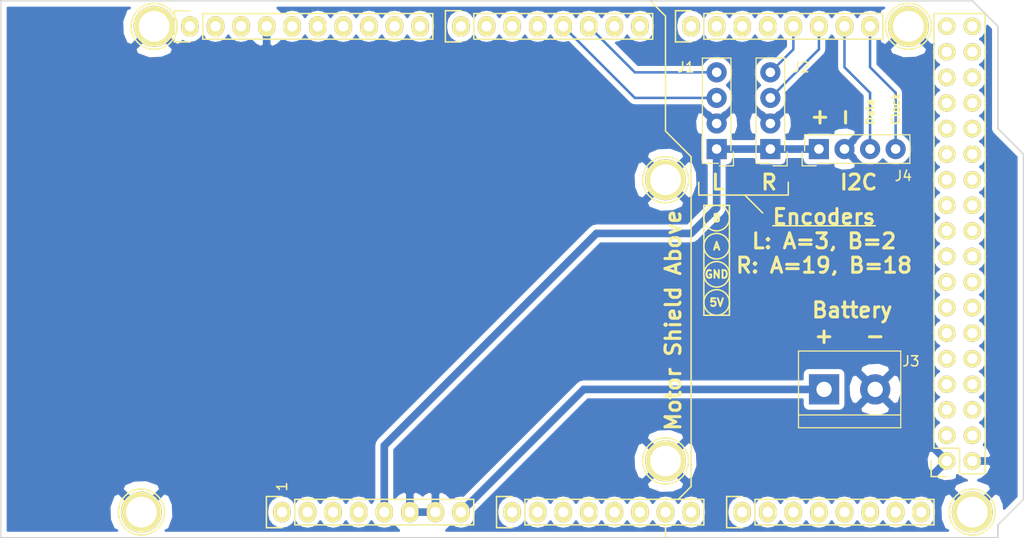
<source format=kicad_pcb>
(kicad_pcb (version 4) (host pcbnew 4.0.7)

  (general
    (links 26)
    (no_connects 2)
    (area 96.952999 66.843 205.053001 122.995)
    (thickness 1.6)
    (drawings 68)
    (tracks 23)
    (zones 0)
    (modules 17)
    (nets 81)
  )

  (page A4)
  (title_block
    (date "mar. 31 mars 2015")
  )

  (layers
    (0 F.Cu signal)
    (31 B.Cu signal)
    (32 B.Adhes user)
    (33 F.Adhes user)
    (34 B.Paste user)
    (35 F.Paste user)
    (36 B.SilkS user)
    (37 F.SilkS user)
    (38 B.Mask user)
    (39 F.Mask user)
    (40 Dwgs.User user hide)
    (41 Cmts.User user)
    (42 Eco1.User user)
    (43 Eco2.User user)
    (44 Edge.Cuts user)
    (45 Margin user)
    (46 B.CrtYd user)
    (47 F.CrtYd user)
    (48 B.Fab user)
    (49 F.Fab user)
  )

  (setup
    (last_trace_width 0.25)
    (trace_clearance 0.2)
    (zone_clearance 0.508)
    (zone_45_only no)
    (trace_min 0.2)
    (segment_width 0.15)
    (edge_width 0.15)
    (via_size 0.6)
    (via_drill 0.4)
    (via_min_size 0.4)
    (via_min_drill 0.3)
    (uvia_size 0.3)
    (uvia_drill 0.1)
    (uvias_allowed no)
    (uvia_min_size 0.2)
    (uvia_min_drill 0.1)
    (pcb_text_width 0.3)
    (pcb_text_size 1.5 1.5)
    (mod_edge_width 0.15)
    (mod_text_size 1 1)
    (mod_text_width 0.15)
    (pad_size 4.064 4.064)
    (pad_drill 3.048)
    (pad_to_mask_clearance 0)
    (aux_axis_origin 103.378 121.666)
    (visible_elements 7FFEFF7F)
    (pcbplotparams
      (layerselection 0x010f0_80000001)
      (usegerberextensions true)
      (excludeedgelayer true)
      (linewidth 0.100000)
      (plotframeref false)
      (viasonmask false)
      (mode 1)
      (useauxorigin false)
      (hpglpennumber 1)
      (hpglpenspeed 20)
      (hpglpendiameter 15)
      (hpglpenoverlay 2)
      (psnegative false)
      (psa4output false)
      (plotreference true)
      (plotvalue false)
      (plotinvisibletext false)
      (padsonsilk false)
      (subtractmaskfromsilk false)
      (outputformat 1)
      (mirror false)
      (drillshape 0)
      (scaleselection 1)
      (outputdirectory Output/))
  )

  (net 0 "")
  (net 1 GND)
  (net 2 "/52(SCK)")
  (net 3 "/53(SS)")
  (net 4 "/50(MISO)")
  (net 5 "/51(MOSI)")
  (net 6 /48)
  (net 7 /49)
  (net 8 /46)
  (net 9 /47)
  (net 10 /44)
  (net 11 /45)
  (net 12 /42)
  (net 13 /43)
  (net 14 /40)
  (net 15 /41)
  (net 16 /38)
  (net 17 /39)
  (net 18 /36)
  (net 19 /37)
  (net 20 /34)
  (net 21 /35)
  (net 22 /32)
  (net 23 /33)
  (net 24 /30)
  (net 25 /31)
  (net 26 /28)
  (net 27 /29)
  (net 28 /26)
  (net 29 /27)
  (net 30 /24)
  (net 31 /25)
  (net 32 /22)
  (net 33 /23)
  (net 34 +5V)
  (net 35 /IOREF)
  (net 36 /Reset)
  (net 37 /A0)
  (net 38 /A1)
  (net 39 /A2)
  (net 40 /A3)
  (net 41 /A4)
  (net 42 /A5)
  (net 43 /A6)
  (net 44 /A7)
  (net 45 /A8)
  (net 46 /A9)
  (net 47 /A10)
  (net 48 /A11)
  (net 49 /A12)
  (net 50 /A13)
  (net 51 /A14)
  (net 52 /A15)
  (net 53 /SCL)
  (net 54 /SDA)
  (net 55 /AREF)
  (net 56 "/13(**)")
  (net 57 "/12(**)")
  (net 58 "/11(**)")
  (net 59 "/10(**)")
  (net 60 "/9(**)")
  (net 61 "/8(**)")
  (net 62 "/7(**)")
  (net 63 "/6(**)")
  (net 64 "/5(**)")
  (net 65 "/4(**)")
  (net 66 "/3(**)")
  (net 67 "/2(**)")
  (net 68 "/20(SDA)")
  (net 69 "/21(SCL)")
  (net 70 "Net-(P2-Pad1)")
  (net 71 "/1(Tx0)")
  (net 72 "/0(Rx0)")
  (net 73 "/14(Tx3)")
  (net 74 "/15(Rx3)")
  (net 75 "/16(Tx2)")
  (net 76 "/17(Rx2)")
  (net 77 "/18(Tx1)")
  (net 78 "/19(Rx1)")
  (net 79 +BATT)
  (net 80 /+3.3V)

  (net_class Default "This is the default net class."
    (clearance 0.2)
    (trace_width 0.25)
    (via_dia 0.6)
    (via_drill 0.4)
    (uvia_dia 0.3)
    (uvia_drill 0.1)
    (add_net "/0(Rx0)")
    (add_net "/1(Tx0)")
    (add_net "/10(**)")
    (add_net "/11(**)")
    (add_net "/12(**)")
    (add_net "/13(**)")
    (add_net "/14(Tx3)")
    (add_net "/15(Rx3)")
    (add_net "/16(Tx2)")
    (add_net "/17(Rx2)")
    (add_net "/18(Tx1)")
    (add_net "/19(Rx1)")
    (add_net "/2(**)")
    (add_net "/20(SDA)")
    (add_net "/21(SCL)")
    (add_net /22)
    (add_net /23)
    (add_net /24)
    (add_net /25)
    (add_net /26)
    (add_net /27)
    (add_net /28)
    (add_net /29)
    (add_net "/3(**)")
    (add_net /30)
    (add_net /31)
    (add_net /32)
    (add_net /33)
    (add_net /34)
    (add_net /35)
    (add_net /36)
    (add_net /37)
    (add_net /38)
    (add_net /39)
    (add_net "/4(**)")
    (add_net /40)
    (add_net /41)
    (add_net /42)
    (add_net /43)
    (add_net /44)
    (add_net /45)
    (add_net /46)
    (add_net /47)
    (add_net /48)
    (add_net /49)
    (add_net "/5(**)")
    (add_net "/50(MISO)")
    (add_net "/51(MOSI)")
    (add_net "/52(SCK)")
    (add_net "/53(SS)")
    (add_net "/6(**)")
    (add_net "/7(**)")
    (add_net "/8(**)")
    (add_net "/9(**)")
    (add_net /A0)
    (add_net /A1)
    (add_net /A10)
    (add_net /A11)
    (add_net /A12)
    (add_net /A13)
    (add_net /A14)
    (add_net /A15)
    (add_net /A2)
    (add_net /A3)
    (add_net /A4)
    (add_net /A5)
    (add_net /A6)
    (add_net /A7)
    (add_net /A8)
    (add_net /A9)
    (add_net /AREF)
    (add_net /IOREF)
    (add_net /Reset)
    (add_net /SCL)
    (add_net /SDA)
    (add_net "Net-(P2-Pad1)")
  )

  (net_class Ground ""
    (clearance 0.2)
    (trace_width 0.762)
    (via_dia 1.8288)
    (via_drill 1.2192)
    (uvia_dia 0.3)
    (uvia_drill 0.1)
    (add_net GND)
  )

  (net_class Power ""
    (clearance 0.2)
    (trace_width 0.762)
    (via_dia 1.8288)
    (via_drill 1.2192)
    (uvia_dia 0.3)
    (uvia_drill 0.1)
    (add_net +5V)
    (add_net +BATT)
    (add_net /+3.3V)
  )

  (module Socket_Arduino_Mega:Socket_Strip_Arduino_2x18 locked (layer F.Cu) (tedit 5AB31ACE) (tstamp 551AFCE5)
    (at 197.358 114.046 90)
    (descr "Through hole socket strip")
    (tags "socket strip")
    (path /56D743B5)
    (fp_text reference P1 (at 21.59 -2.794 90) (layer F.SilkS) hide
      (effects (font (size 1 1) (thickness 0.15)))
    )
    (fp_text value Digital (at 21.59 -4.572 90) (layer F.Fab)
      (effects (font (size 1 1) (thickness 0.15)))
    )
    (fp_line (start -1.75 -1.75) (end -1.75 4.3) (layer F.CrtYd) (width 0.05))
    (fp_line (start 44.95 -1.75) (end 44.95 4.3) (layer F.CrtYd) (width 0.05))
    (fp_line (start -1.75 -1.75) (end 44.95 -1.75) (layer F.CrtYd) (width 0.05))
    (fp_line (start -1.75 4.3) (end 44.95 4.3) (layer F.CrtYd) (width 0.05))
    (fp_line (start -1.27 3.81) (end 44.45 3.81) (layer F.SilkS) (width 0.15))
    (fp_line (start 44.45 -1.27) (end 1.27 -1.27) (layer F.SilkS) (width 0.15))
    (fp_line (start 44.45 3.81) (end 44.45 -1.27) (layer F.SilkS) (width 0.15))
    (fp_line (start -1.27 3.81) (end -1.27 1.27) (layer F.SilkS) (width 0.15))
    (fp_line (start 0 -1.55) (end -1.55 -1.55) (layer F.SilkS) (width 0.15))
    (fp_line (start -1.27 1.27) (end 1.27 1.27) (layer F.SilkS) (width 0.15))
    (fp_line (start 1.27 1.27) (end 1.27 -1.27) (layer F.SilkS) (width 0.15))
    (fp_line (start -1.55 -1.55) (end -1.55 0) (layer F.SilkS) (width 0.15))
    (pad 1 thru_hole circle (at 0 0 90) (size 1.7272 1.7272) (drill 1.016) (layers *.Cu *.Mask F.SilkS)
      (net 1 GND))
    (pad 2 thru_hole oval (at 0 2.54 90) (size 1.7272 1.7272) (drill 1.016) (layers *.Cu *.Mask F.SilkS)
      (net 1 GND))
    (pad 3 thru_hole oval (at 2.54 0 90) (size 1.7272 1.7272) (drill 1.016) (layers *.Cu *.Mask F.SilkS)
      (net 2 "/52(SCK)"))
    (pad 4 thru_hole oval (at 2.54 2.54 90) (size 1.7272 1.7272) (drill 1.016) (layers *.Cu *.Mask F.SilkS)
      (net 3 "/53(SS)"))
    (pad 5 thru_hole oval (at 5.08 0 90) (size 1.7272 1.7272) (drill 1.016) (layers *.Cu *.Mask F.SilkS)
      (net 4 "/50(MISO)"))
    (pad 6 thru_hole oval (at 5.08 2.54 90) (size 1.7272 1.7272) (drill 1.016) (layers *.Cu *.Mask F.SilkS)
      (net 5 "/51(MOSI)"))
    (pad 7 thru_hole oval (at 7.62 0 90) (size 1.7272 1.7272) (drill 1.016) (layers *.Cu *.Mask F.SilkS)
      (net 6 /48))
    (pad 8 thru_hole oval (at 7.62 2.54 90) (size 1.7272 1.7272) (drill 1.016) (layers *.Cu *.Mask F.SilkS)
      (net 7 /49))
    (pad 9 thru_hole oval (at 10.16 0 90) (size 1.7272 1.7272) (drill 1.016) (layers *.Cu *.Mask F.SilkS)
      (net 8 /46))
    (pad 10 thru_hole oval (at 10.16 2.54 90) (size 1.7272 1.7272) (drill 1.016) (layers *.Cu *.Mask F.SilkS)
      (net 9 /47))
    (pad 11 thru_hole oval (at 12.7 0 90) (size 1.7272 1.7272) (drill 1.016) (layers *.Cu *.Mask F.SilkS)
      (net 10 /44))
    (pad 12 thru_hole oval (at 12.7 2.54 90) (size 1.7272 1.7272) (drill 1.016) (layers *.Cu *.Mask F.SilkS)
      (net 11 /45))
    (pad 13 thru_hole oval (at 15.24 0 90) (size 1.7272 1.7272) (drill 1.016) (layers *.Cu *.Mask F.SilkS)
      (net 12 /42))
    (pad 14 thru_hole oval (at 15.24 2.54 90) (size 1.7272 1.7272) (drill 1.016) (layers *.Cu *.Mask F.SilkS)
      (net 13 /43))
    (pad 15 thru_hole oval (at 17.78 0 90) (size 1.7272 1.7272) (drill 1.016) (layers *.Cu *.Mask F.SilkS)
      (net 14 /40))
    (pad 16 thru_hole oval (at 17.78 2.54 90) (size 1.7272 1.7272) (drill 1.016) (layers *.Cu *.Mask F.SilkS)
      (net 15 /41))
    (pad 17 thru_hole oval (at 20.32 0 90) (size 1.7272 1.7272) (drill 1.016) (layers *.Cu *.Mask F.SilkS)
      (net 16 /38))
    (pad 18 thru_hole oval (at 20.32 2.54 90) (size 1.7272 1.7272) (drill 1.016) (layers *.Cu *.Mask F.SilkS)
      (net 17 /39))
    (pad 19 thru_hole oval (at 22.86 0 90) (size 1.7272 1.7272) (drill 1.016) (layers *.Cu *.Mask F.SilkS)
      (net 18 /36))
    (pad 20 thru_hole oval (at 22.86 2.54 90) (size 1.7272 1.7272) (drill 1.016) (layers *.Cu *.Mask F.SilkS)
      (net 19 /37))
    (pad 21 thru_hole oval (at 25.4 0 90) (size 1.7272 1.7272) (drill 1.016) (layers *.Cu *.Mask F.SilkS)
      (net 20 /34))
    (pad 22 thru_hole oval (at 25.4 2.54 90) (size 1.7272 1.7272) (drill 1.016) (layers *.Cu *.Mask F.SilkS)
      (net 21 /35))
    (pad 23 thru_hole oval (at 27.94 0 90) (size 1.7272 1.7272) (drill 1.016) (layers *.Cu *.Mask F.SilkS)
      (net 22 /32))
    (pad 24 thru_hole oval (at 27.94 2.54 90) (size 1.7272 1.7272) (drill 1.016) (layers *.Cu *.Mask F.SilkS)
      (net 23 /33))
    (pad 25 thru_hole oval (at 30.48 0 90) (size 1.7272 1.7272) (drill 1.016) (layers *.Cu *.Mask F.SilkS)
      (net 24 /30))
    (pad 26 thru_hole oval (at 30.48 2.54 90) (size 1.7272 1.7272) (drill 1.016) (layers *.Cu *.Mask F.SilkS)
      (net 25 /31))
    (pad 27 thru_hole oval (at 33.02 0 90) (size 1.7272 1.7272) (drill 1.016) (layers *.Cu *.Mask F.SilkS)
      (net 26 /28))
    (pad 28 thru_hole oval (at 33.02 2.54 90) (size 1.7272 1.7272) (drill 1.016) (layers *.Cu *.Mask F.SilkS)
      (net 27 /29))
    (pad 29 thru_hole oval (at 35.56 0 90) (size 1.7272 1.7272) (drill 1.016) (layers *.Cu *.Mask F.SilkS)
      (net 28 /26))
    (pad 30 thru_hole oval (at 35.56 2.54 90) (size 1.7272 1.7272) (drill 1.016) (layers *.Cu *.Mask F.SilkS)
      (net 29 /27))
    (pad 31 thru_hole oval (at 38.1 0 90) (size 1.7272 1.7272) (drill 1.016) (layers *.Cu *.Mask F.SilkS)
      (net 30 /24))
    (pad 32 thru_hole oval (at 38.1 2.54 90) (size 1.7272 1.7272) (drill 1.016) (layers *.Cu *.Mask F.SilkS)
      (net 31 /25))
    (pad 33 thru_hole oval (at 40.64 0 90) (size 1.7272 1.7272) (drill 1.016) (layers *.Cu *.Mask F.SilkS)
      (net 32 /22))
    (pad 34 thru_hole oval (at 40.64 2.54 90) (size 1.7272 1.7272) (drill 1.016) (layers *.Cu *.Mask F.SilkS)
      (net 33 /23))
    (pad 35 thru_hole oval (at 43.18 0 90) (size 1.7272 1.7272) (drill 1.016) (layers *.Cu *.Mask F.SilkS)
      (net 34 +5V))
    (pad 36 thru_hole oval (at 43.18 2.54 90) (size 1.7272 1.7272) (drill 1.016) (layers *.Cu *.Mask F.SilkS)
      (net 34 +5V))
    (model ${KIPRJMOD}/Socket_Arduino_Mega.3dshapes/Socket_header_Arduino_2x18.wrl
      (at (xyz 0.85 -0.05 0))
      (scale (xyz 1 1 1))
      (rotate (xyz 0 0 180))
    )
  )

  (module Socket_Arduino_Mega:Socket_Strip_Arduino_1x08 locked (layer F.Cu) (tedit 5AB31AC3) (tstamp 551AFCFC)
    (at 131.318 119.126)
    (descr "Through hole socket strip")
    (tags "socket strip")
    (path /56D71773)
    (fp_text reference P2 (at 8.89 -2.794) (layer F.SilkS) hide
      (effects (font (size 1 1) (thickness 0.15)))
    )
    (fp_text value Power (at 8.89 -4.318) (layer F.Fab)
      (effects (font (size 1 1) (thickness 0.15)))
    )
    (fp_line (start -1.75 -1.75) (end -1.75 1.75) (layer F.CrtYd) (width 0.05))
    (fp_line (start 19.55 -1.75) (end 19.55 1.75) (layer F.CrtYd) (width 0.05))
    (fp_line (start -1.75 -1.75) (end 19.55 -1.75) (layer F.CrtYd) (width 0.05))
    (fp_line (start -1.75 1.75) (end 19.55 1.75) (layer F.CrtYd) (width 0.05))
    (fp_line (start 1.27 1.27) (end 19.05 1.27) (layer F.SilkS) (width 0.15))
    (fp_line (start 19.05 1.27) (end 19.05 -1.27) (layer F.SilkS) (width 0.15))
    (fp_line (start 19.05 -1.27) (end 1.27 -1.27) (layer F.SilkS) (width 0.15))
    (fp_line (start -1.55 1.55) (end 0 1.55) (layer F.SilkS) (width 0.15))
    (fp_line (start 1.27 1.27) (end 1.27 -1.27) (layer F.SilkS) (width 0.15))
    (fp_line (start 0 -1.55) (end -1.55 -1.55) (layer F.SilkS) (width 0.15))
    (fp_line (start -1.55 -1.55) (end -1.55 1.55) (layer F.SilkS) (width 0.15))
    (pad 1 thru_hole oval (at 0 0) (size 1.7272 2.032) (drill 1.016) (layers *.Cu *.Mask F.SilkS)
      (net 70 "Net-(P2-Pad1)"))
    (pad 2 thru_hole oval (at 2.54 0) (size 1.7272 2.032) (drill 1.016) (layers *.Cu *.Mask F.SilkS)
      (net 35 /IOREF))
    (pad 3 thru_hole oval (at 5.08 0) (size 1.7272 2.032) (drill 1.016) (layers *.Cu *.Mask F.SilkS)
      (net 36 /Reset))
    (pad 4 thru_hole oval (at 7.62 0) (size 1.7272 2.032) (drill 1.016) (layers *.Cu *.Mask F.SilkS)
      (net 80 /+3.3V))
    (pad 5 thru_hole oval (at 10.16 0) (size 1.7272 2.032) (drill 1.016) (layers *.Cu *.Mask F.SilkS)
      (net 34 +5V))
    (pad 6 thru_hole oval (at 12.7 0) (size 1.7272 2.032) (drill 1.016) (layers *.Cu *.Mask F.SilkS)
      (net 1 GND))
    (pad 7 thru_hole oval (at 15.24 0) (size 1.7272 2.032) (drill 1.016) (layers *.Cu *.Mask F.SilkS)
      (net 1 GND))
    (pad 8 thru_hole oval (at 17.78 0) (size 1.7272 2.032) (drill 1.016) (layers *.Cu *.Mask F.SilkS)
      (net 79 +BATT))
    (model ${KIPRJMOD}/Socket_Arduino_Mega.3dshapes/Socket_header_Arduino_1x08.wrl
      (at (xyz 0.35 0 0))
      (scale (xyz 1 1 1))
      (rotate (xyz 0 0 180))
    )
  )

  (module Socket_Arduino_Mega:Socket_Strip_Arduino_1x08 locked (layer F.Cu) (tedit 5AB31AC6) (tstamp 551AFD13)
    (at 154.178 119.126)
    (descr "Through hole socket strip")
    (tags "socket strip")
    (path /56D72F1C)
    (fp_text reference P3 (at 8.89 -2.54) (layer F.SilkS) hide
      (effects (font (size 1 1) (thickness 0.15)))
    )
    (fp_text value Analog (at 8.89 -4.318) (layer F.Fab)
      (effects (font (size 1 1) (thickness 0.15)))
    )
    (fp_line (start -1.75 -1.75) (end -1.75 1.75) (layer F.CrtYd) (width 0.05))
    (fp_line (start 19.55 -1.75) (end 19.55 1.75) (layer F.CrtYd) (width 0.05))
    (fp_line (start -1.75 -1.75) (end 19.55 -1.75) (layer F.CrtYd) (width 0.05))
    (fp_line (start -1.75 1.75) (end 19.55 1.75) (layer F.CrtYd) (width 0.05))
    (fp_line (start 1.27 1.27) (end 19.05 1.27) (layer F.SilkS) (width 0.15))
    (fp_line (start 19.05 1.27) (end 19.05 -1.27) (layer F.SilkS) (width 0.15))
    (fp_line (start 19.05 -1.27) (end 1.27 -1.27) (layer F.SilkS) (width 0.15))
    (fp_line (start -1.55 1.55) (end 0 1.55) (layer F.SilkS) (width 0.15))
    (fp_line (start 1.27 1.27) (end 1.27 -1.27) (layer F.SilkS) (width 0.15))
    (fp_line (start 0 -1.55) (end -1.55 -1.55) (layer F.SilkS) (width 0.15))
    (fp_line (start -1.55 -1.55) (end -1.55 1.55) (layer F.SilkS) (width 0.15))
    (pad 1 thru_hole oval (at 0 0) (size 1.7272 2.032) (drill 1.016) (layers *.Cu *.Mask F.SilkS)
      (net 37 /A0))
    (pad 2 thru_hole oval (at 2.54 0) (size 1.7272 2.032) (drill 1.016) (layers *.Cu *.Mask F.SilkS)
      (net 38 /A1))
    (pad 3 thru_hole oval (at 5.08 0) (size 1.7272 2.032) (drill 1.016) (layers *.Cu *.Mask F.SilkS)
      (net 39 /A2))
    (pad 4 thru_hole oval (at 7.62 0) (size 1.7272 2.032) (drill 1.016) (layers *.Cu *.Mask F.SilkS)
      (net 40 /A3))
    (pad 5 thru_hole oval (at 10.16 0) (size 1.7272 2.032) (drill 1.016) (layers *.Cu *.Mask F.SilkS)
      (net 41 /A4))
    (pad 6 thru_hole oval (at 12.7 0) (size 1.7272 2.032) (drill 1.016) (layers *.Cu *.Mask F.SilkS)
      (net 42 /A5))
    (pad 7 thru_hole oval (at 15.24 0) (size 1.7272 2.032) (drill 1.016) (layers *.Cu *.Mask F.SilkS)
      (net 43 /A6))
    (pad 8 thru_hole oval (at 17.78 0) (size 1.7272 2.032) (drill 1.016) (layers *.Cu *.Mask F.SilkS)
      (net 44 /A7))
    (model ${KIPRJMOD}/Socket_Arduino_Mega.3dshapes/Socket_header_Arduino_1x08.wrl
      (at (xyz 0.35 0 0))
      (scale (xyz 1 1 1))
      (rotate (xyz 0 0 180))
    )
  )

  (module Socket_Arduino_Mega:Socket_Strip_Arduino_1x08 locked (layer F.Cu) (tedit 5AB31AC9) (tstamp 551AFD2A)
    (at 177.038 119.126)
    (descr "Through hole socket strip")
    (tags "socket strip")
    (path /56D73A0E)
    (fp_text reference P4 (at 8.89 -2.794) (layer F.SilkS) hide
      (effects (font (size 1 1) (thickness 0.15)))
    )
    (fp_text value Analog (at 8.89 -4.318) (layer F.Fab)
      (effects (font (size 1 1) (thickness 0.15)))
    )
    (fp_line (start -1.75 -1.75) (end -1.75 1.75) (layer F.CrtYd) (width 0.05))
    (fp_line (start 19.55 -1.75) (end 19.55 1.75) (layer F.CrtYd) (width 0.05))
    (fp_line (start -1.75 -1.75) (end 19.55 -1.75) (layer F.CrtYd) (width 0.05))
    (fp_line (start -1.75 1.75) (end 19.55 1.75) (layer F.CrtYd) (width 0.05))
    (fp_line (start 1.27 1.27) (end 19.05 1.27) (layer F.SilkS) (width 0.15))
    (fp_line (start 19.05 1.27) (end 19.05 -1.27) (layer F.SilkS) (width 0.15))
    (fp_line (start 19.05 -1.27) (end 1.27 -1.27) (layer F.SilkS) (width 0.15))
    (fp_line (start -1.55 1.55) (end 0 1.55) (layer F.SilkS) (width 0.15))
    (fp_line (start 1.27 1.27) (end 1.27 -1.27) (layer F.SilkS) (width 0.15))
    (fp_line (start 0 -1.55) (end -1.55 -1.55) (layer F.SilkS) (width 0.15))
    (fp_line (start -1.55 -1.55) (end -1.55 1.55) (layer F.SilkS) (width 0.15))
    (pad 1 thru_hole oval (at 0 0) (size 1.7272 2.032) (drill 1.016) (layers *.Cu *.Mask F.SilkS)
      (net 45 /A8))
    (pad 2 thru_hole oval (at 2.54 0) (size 1.7272 2.032) (drill 1.016) (layers *.Cu *.Mask F.SilkS)
      (net 46 /A9))
    (pad 3 thru_hole oval (at 5.08 0) (size 1.7272 2.032) (drill 1.016) (layers *.Cu *.Mask F.SilkS)
      (net 47 /A10))
    (pad 4 thru_hole oval (at 7.62 0) (size 1.7272 2.032) (drill 1.016) (layers *.Cu *.Mask F.SilkS)
      (net 48 /A11))
    (pad 5 thru_hole oval (at 10.16 0) (size 1.7272 2.032) (drill 1.016) (layers *.Cu *.Mask F.SilkS)
      (net 49 /A12))
    (pad 6 thru_hole oval (at 12.7 0) (size 1.7272 2.032) (drill 1.016) (layers *.Cu *.Mask F.SilkS)
      (net 50 /A13))
    (pad 7 thru_hole oval (at 15.24 0) (size 1.7272 2.032) (drill 1.016) (layers *.Cu *.Mask F.SilkS)
      (net 51 /A14))
    (pad 8 thru_hole oval (at 17.78 0) (size 1.7272 2.032) (drill 1.016) (layers *.Cu *.Mask F.SilkS)
      (net 52 /A15))
    (model ${KIPRJMOD}/Socket_Arduino_Mega.3dshapes/Socket_header_Arduino_1x08.wrl
      (at (xyz 0.35 0 0))
      (scale (xyz 1 1 1))
      (rotate (xyz 0 0 180))
    )
  )

  (module Socket_Arduino_Mega:Socket_Strip_Arduino_1x10 locked (layer F.Cu) (tedit 5AB31AD9) (tstamp 551AFD43)
    (at 122.174 70.866)
    (descr "Through hole socket strip")
    (tags "socket strip")
    (path /56D72368)
    (fp_text reference P5 (at 11.43 2.794) (layer F.SilkS) hide
      (effects (font (size 1 1) (thickness 0.15)))
    )
    (fp_text value PWM (at 11.43 4.318) (layer F.Fab)
      (effects (font (size 1 1) (thickness 0.15)))
    )
    (fp_line (start -1.75 -1.75) (end -1.75 1.75) (layer F.CrtYd) (width 0.05))
    (fp_line (start 24.65 -1.75) (end 24.65 1.75) (layer F.CrtYd) (width 0.05))
    (fp_line (start -1.75 -1.75) (end 24.65 -1.75) (layer F.CrtYd) (width 0.05))
    (fp_line (start -1.75 1.75) (end 24.65 1.75) (layer F.CrtYd) (width 0.05))
    (fp_line (start 1.27 1.27) (end 24.13 1.27) (layer F.SilkS) (width 0.15))
    (fp_line (start 24.13 1.27) (end 24.13 -1.27) (layer F.SilkS) (width 0.15))
    (fp_line (start 24.13 -1.27) (end 1.27 -1.27) (layer F.SilkS) (width 0.15))
    (fp_line (start -1.55 1.55) (end 0 1.55) (layer F.SilkS) (width 0.15))
    (fp_line (start 1.27 1.27) (end 1.27 -1.27) (layer F.SilkS) (width 0.15))
    (fp_line (start 0 -1.55) (end -1.55 -1.55) (layer F.SilkS) (width 0.15))
    (fp_line (start -1.55 -1.55) (end -1.55 1.55) (layer F.SilkS) (width 0.15))
    (pad 1 thru_hole oval (at 0 0) (size 1.7272 2.032) (drill 1.016) (layers *.Cu *.Mask F.SilkS)
      (net 53 /SCL))
    (pad 2 thru_hole oval (at 2.54 0) (size 1.7272 2.032) (drill 1.016) (layers *.Cu *.Mask F.SilkS)
      (net 54 /SDA))
    (pad 3 thru_hole oval (at 5.08 0) (size 1.7272 2.032) (drill 1.016) (layers *.Cu *.Mask F.SilkS)
      (net 55 /AREF))
    (pad 4 thru_hole oval (at 7.62 0) (size 1.7272 2.032) (drill 1.016) (layers *.Cu *.Mask F.SilkS)
      (net 1 GND))
    (pad 5 thru_hole oval (at 10.16 0) (size 1.7272 2.032) (drill 1.016) (layers *.Cu *.Mask F.SilkS)
      (net 56 "/13(**)"))
    (pad 6 thru_hole oval (at 12.7 0) (size 1.7272 2.032) (drill 1.016) (layers *.Cu *.Mask F.SilkS)
      (net 57 "/12(**)"))
    (pad 7 thru_hole oval (at 15.24 0) (size 1.7272 2.032) (drill 1.016) (layers *.Cu *.Mask F.SilkS)
      (net 58 "/11(**)"))
    (pad 8 thru_hole oval (at 17.78 0) (size 1.7272 2.032) (drill 1.016) (layers *.Cu *.Mask F.SilkS)
      (net 59 "/10(**)"))
    (pad 9 thru_hole oval (at 20.32 0) (size 1.7272 2.032) (drill 1.016) (layers *.Cu *.Mask F.SilkS)
      (net 60 "/9(**)"))
    (pad 10 thru_hole oval (at 22.86 0) (size 1.7272 2.032) (drill 1.016) (layers *.Cu *.Mask F.SilkS)
      (net 61 "/8(**)"))
    (model ${KIPRJMOD}/Socket_Arduino_Mega.3dshapes/Socket_header_Arduino_1x10.wrl
      (at (xyz 0.45 0 0))
      (scale (xyz 1 1 1))
      (rotate (xyz 0 0 180))
    )
  )

  (module Socket_Arduino_Mega:Socket_Strip_Arduino_1x08 locked (layer F.Cu) (tedit 5AB31AD5) (tstamp 551AFD5A)
    (at 149.098 70.866)
    (descr "Through hole socket strip")
    (tags "socket strip")
    (path /56D734D0)
    (fp_text reference P6 (at 8.89 2.794) (layer F.SilkS) hide
      (effects (font (size 1 1) (thickness 0.15)))
    )
    (fp_text value PWM (at 8.89 4.318) (layer F.Fab)
      (effects (font (size 1 1) (thickness 0.15)))
    )
    (fp_line (start -1.75 -1.75) (end -1.75 1.75) (layer F.CrtYd) (width 0.05))
    (fp_line (start 19.55 -1.75) (end 19.55 1.75) (layer F.CrtYd) (width 0.05))
    (fp_line (start -1.75 -1.75) (end 19.55 -1.75) (layer F.CrtYd) (width 0.05))
    (fp_line (start -1.75 1.75) (end 19.55 1.75) (layer F.CrtYd) (width 0.05))
    (fp_line (start 1.27 1.27) (end 19.05 1.27) (layer F.SilkS) (width 0.15))
    (fp_line (start 19.05 1.27) (end 19.05 -1.27) (layer F.SilkS) (width 0.15))
    (fp_line (start 19.05 -1.27) (end 1.27 -1.27) (layer F.SilkS) (width 0.15))
    (fp_line (start -1.55 1.55) (end 0 1.55) (layer F.SilkS) (width 0.15))
    (fp_line (start 1.27 1.27) (end 1.27 -1.27) (layer F.SilkS) (width 0.15))
    (fp_line (start 0 -1.55) (end -1.55 -1.55) (layer F.SilkS) (width 0.15))
    (fp_line (start -1.55 -1.55) (end -1.55 1.55) (layer F.SilkS) (width 0.15))
    (pad 1 thru_hole oval (at 0 0) (size 1.7272 2.032) (drill 1.016) (layers *.Cu *.Mask F.SilkS)
      (net 62 "/7(**)"))
    (pad 2 thru_hole oval (at 2.54 0) (size 1.7272 2.032) (drill 1.016) (layers *.Cu *.Mask F.SilkS)
      (net 63 "/6(**)"))
    (pad 3 thru_hole oval (at 5.08 0) (size 1.7272 2.032) (drill 1.016) (layers *.Cu *.Mask F.SilkS)
      (net 64 "/5(**)"))
    (pad 4 thru_hole oval (at 7.62 0) (size 1.7272 2.032) (drill 1.016) (layers *.Cu *.Mask F.SilkS)
      (net 65 "/4(**)"))
    (pad 5 thru_hole oval (at 10.16 0) (size 1.7272 2.032) (drill 1.016) (layers *.Cu *.Mask F.SilkS)
      (net 66 "/3(**)"))
    (pad 6 thru_hole oval (at 12.7 0) (size 1.7272 2.032) (drill 1.016) (layers *.Cu *.Mask F.SilkS)
      (net 67 "/2(**)"))
    (pad 7 thru_hole oval (at 15.24 0) (size 1.7272 2.032) (drill 1.016) (layers *.Cu *.Mask F.SilkS)
      (net 71 "/1(Tx0)"))
    (pad 8 thru_hole oval (at 17.78 0) (size 1.7272 2.032) (drill 1.016) (layers *.Cu *.Mask F.SilkS)
      (net 72 "/0(Rx0)"))
    (model ${KIPRJMOD}/Socket_Arduino_Mega.3dshapes/Socket_header_Arduino_1x08.wrl
      (at (xyz 0.35 0 0))
      (scale (xyz 1 1 1))
      (rotate (xyz 0 0 180))
    )
  )

  (module Socket_Arduino_Mega:Socket_Strip_Arduino_1x08 locked (layer F.Cu) (tedit 5AB31AD1) (tstamp 551AFD71)
    (at 171.958 70.866)
    (descr "Through hole socket strip")
    (tags "socket strip")
    (path /56D73F2C)
    (fp_text reference P7 (at 8.89 2.794) (layer F.SilkS) hide
      (effects (font (size 1 1) (thickness 0.15)))
    )
    (fp_text value Communication (at 8.89 4.064) (layer F.Fab)
      (effects (font (size 1 1) (thickness 0.15)))
    )
    (fp_line (start -1.75 -1.75) (end -1.75 1.75) (layer F.CrtYd) (width 0.05))
    (fp_line (start 19.55 -1.75) (end 19.55 1.75) (layer F.CrtYd) (width 0.05))
    (fp_line (start -1.75 -1.75) (end 19.55 -1.75) (layer F.CrtYd) (width 0.05))
    (fp_line (start -1.75 1.75) (end 19.55 1.75) (layer F.CrtYd) (width 0.05))
    (fp_line (start 1.27 1.27) (end 19.05 1.27) (layer F.SilkS) (width 0.15))
    (fp_line (start 19.05 1.27) (end 19.05 -1.27) (layer F.SilkS) (width 0.15))
    (fp_line (start 19.05 -1.27) (end 1.27 -1.27) (layer F.SilkS) (width 0.15))
    (fp_line (start -1.55 1.55) (end 0 1.55) (layer F.SilkS) (width 0.15))
    (fp_line (start 1.27 1.27) (end 1.27 -1.27) (layer F.SilkS) (width 0.15))
    (fp_line (start 0 -1.55) (end -1.55 -1.55) (layer F.SilkS) (width 0.15))
    (fp_line (start -1.55 -1.55) (end -1.55 1.55) (layer F.SilkS) (width 0.15))
    (pad 1 thru_hole oval (at 0 0) (size 1.7272 2.032) (drill 1.016) (layers *.Cu *.Mask F.SilkS)
      (net 73 "/14(Tx3)"))
    (pad 2 thru_hole oval (at 2.54 0) (size 1.7272 2.032) (drill 1.016) (layers *.Cu *.Mask F.SilkS)
      (net 74 "/15(Rx3)"))
    (pad 3 thru_hole oval (at 5.08 0) (size 1.7272 2.032) (drill 1.016) (layers *.Cu *.Mask F.SilkS)
      (net 75 "/16(Tx2)"))
    (pad 4 thru_hole oval (at 7.62 0) (size 1.7272 2.032) (drill 1.016) (layers *.Cu *.Mask F.SilkS)
      (net 76 "/17(Rx2)"))
    (pad 5 thru_hole oval (at 10.16 0) (size 1.7272 2.032) (drill 1.016) (layers *.Cu *.Mask F.SilkS)
      (net 77 "/18(Tx1)"))
    (pad 6 thru_hole oval (at 12.7 0) (size 1.7272 2.032) (drill 1.016) (layers *.Cu *.Mask F.SilkS)
      (net 78 "/19(Rx1)"))
    (pad 7 thru_hole oval (at 15.24 0) (size 1.7272 2.032) (drill 1.016) (layers *.Cu *.Mask F.SilkS)
      (net 68 "/20(SDA)"))
    (pad 8 thru_hole oval (at 17.78 0) (size 1.7272 2.032) (drill 1.016) (layers *.Cu *.Mask F.SilkS)
      (net 69 "/21(SCL)"))
    (model ${KIPRJMOD}/Socket_Arduino_Mega.3dshapes/Socket_header_Arduino_1x08.wrl
      (at (xyz 0.35 0 0))
      (scale (xyz 1 1 1))
      (rotate (xyz 0 0 180))
    )
  )

  (module Socket_Arduino_Mega:Arduino_1pin locked (layer F.Cu) (tedit 5524FDA7) (tstamp 5524FE07)
    (at 117.348 119.126)
    (descr "module 1 pin (ou trou mecanique de percage)")
    (tags DEV)
    (path /56D70B71)
    (fp_text reference P8 (at 0 -3.048) (layer F.SilkS) hide
      (effects (font (size 1 1) (thickness 0.15)))
    )
    (fp_text value CONN_01X01 (at 0 2.794) (layer F.Fab) hide
      (effects (font (size 1 1) (thickness 0.15)))
    )
    (fp_circle (center 0 0) (end 0 -2.286) (layer F.SilkS) (width 0.15))
    (pad 1 thru_hole circle (at 0 0) (size 4.064 4.064) (drill 3.048) (layers *.Cu *.Mask F.SilkS)
      (net 1 GND))
  )

  (module Socket_Arduino_Mega:Arduino_1pin locked (layer F.Cu) (tedit 5524FDB2) (tstamp 5524FE0C)
    (at 169.418 114.046)
    (descr "module 1 pin (ou trou mecanique de percage)")
    (tags DEV)
    (path /56D70C9B)
    (fp_text reference P9 (at 0 -3.048) (layer F.SilkS) hide
      (effects (font (size 1 1) (thickness 0.15)))
    )
    (fp_text value CONN_01X01 (at 0 2.794) (layer F.Fab) hide
      (effects (font (size 1 1) (thickness 0.15)))
    )
    (fp_circle (center 0 0) (end 0 -2.286) (layer F.SilkS) (width 0.15))
    (pad 1 thru_hole circle (at 0 0) (size 4.064 4.064) (drill 3.048) (layers *.Cu *.Mask F.SilkS)
      (net 1 GND))
  )

  (module Socket_Arduino_Mega:Arduino_1pin locked (layer F.Cu) (tedit 5524FDBB) (tstamp 5524FE11)
    (at 199.898 119.126)
    (descr "module 1 pin (ou trou mecanique de percage)")
    (tags DEV)
    (path /56D70CE6)
    (fp_text reference P10 (at 0 -3.048) (layer F.SilkS) hide
      (effects (font (size 1 1) (thickness 0.15)))
    )
    (fp_text value CONN_01X01 (at 0 2.794) (layer F.Fab) hide
      (effects (font (size 1 1) (thickness 0.15)))
    )
    (fp_circle (center 0 0) (end 0 -2.286) (layer F.SilkS) (width 0.15))
    (pad 1 thru_hole circle (at 0 0) (size 4.064 4.064) (drill 3.048) (layers *.Cu *.Mask F.SilkS)
      (net 1 GND))
  )

  (module Socket_Arduino_Mega:Arduino_1pin locked (layer F.Cu) (tedit 5524FDD2) (tstamp 5524FE16)
    (at 118.618 70.866)
    (descr "module 1 pin (ou trou mecanique de percage)")
    (tags DEV)
    (path /56D70D2C)
    (fp_text reference P11 (at 0 -3.048) (layer F.SilkS) hide
      (effects (font (size 1 1) (thickness 0.15)))
    )
    (fp_text value CONN_01X01 (at 0 2.794) (layer F.Fab) hide
      (effects (font (size 1 1) (thickness 0.15)))
    )
    (fp_circle (center 0 0) (end 0 -2.286) (layer F.SilkS) (width 0.15))
    (pad 1 thru_hole circle (at 0 0) (size 4.064 4.064) (drill 3.048) (layers *.Cu *.Mask F.SilkS)
      (net 1 GND))
  )

  (module Socket_Arduino_Mega:Arduino_1pin locked (layer F.Cu) (tedit 5524FDCA) (tstamp 5524FE1B)
    (at 169.418 86.106)
    (descr "module 1 pin (ou trou mecanique de percage)")
    (tags DEV)
    (path /56D711A2)
    (fp_text reference P12 (at 0 -3.048) (layer F.SilkS) hide
      (effects (font (size 1 1) (thickness 0.15)))
    )
    (fp_text value CONN_01X01 (at 0 2.794) (layer F.Fab) hide
      (effects (font (size 1 1) (thickness 0.15)))
    )
    (fp_circle (center 0 0) (end 0 -2.286) (layer F.SilkS) (width 0.15))
    (pad 1 thru_hole circle (at 0 0) (size 4.064 4.064) (drill 3.048) (layers *.Cu *.Mask F.SilkS)
      (net 1 GND))
  )

  (module Socket_Arduino_Mega:Arduino_1pin locked (layer F.Cu) (tedit 5524FDC4) (tstamp 5524FE20)
    (at 193.548 70.866)
    (descr "module 1 pin (ou trou mecanique de percage)")
    (tags DEV)
    (path /56D711F0)
    (fp_text reference P13 (at 0 -3.048) (layer F.SilkS) hide
      (effects (font (size 1 1) (thickness 0.15)))
    )
    (fp_text value CONN_01X01 (at 0 2.794) (layer F.Fab) hide
      (effects (font (size 1 1) (thickness 0.15)))
    )
    (fp_circle (center 0 0) (end 0 -2.286) (layer F.SilkS) (width 0.15))
    (pad 1 thru_hole circle (at 0 0) (size 4.064 4.064) (drill 3.048) (layers *.Cu *.Mask F.SilkS)
      (net 1 GND))
  )

  (module Connectors_Samtec:SL-104-X-XX_1x04 (layer F.Cu) (tedit 5AB31F48) (tstamp 5AB31A94)
    (at 174.498 83.058 180)
    (descr "Low profile, screw machine socket strip, through hole, 100mil / 2.54mm pitch")
    (tags "samtec socket strip tht single")
    (path /5AB307E9)
    (fp_text reference J1 (at 3.048 8.128 360) (layer F.SilkS)
      (effects (font (size 1 1) (thickness 0.15)))
    )
    (fp_text value "Left Encoder" (at 2.27 3.81 270) (layer F.Fab)
      (effects (font (size 1 1) (thickness 0.15)))
    )
    (fp_line (start -0.17 -1.42) (end 1.42 -1.42) (layer F.SilkS) (width 0.12))
    (fp_line (start 1.42 -1.42) (end 1.42 9.04) (layer F.SilkS) (width 0.12))
    (fp_line (start 1.42 9.04) (end -1.42 9.04) (layer F.SilkS) (width 0.12))
    (fp_line (start -1.42 9.04) (end -1.42 -0.17) (layer F.SilkS) (width 0.12))
    (fp_line (start -0.27 -1.67) (end -1.67 -1.67) (layer F.SilkS) (width 0.12))
    (fp_line (start -1.67 -1.67) (end -1.67 -0.27) (layer F.SilkS) (width 0.12))
    (fp_line (start -0.27 -1.67) (end -1.67 -1.67) (layer F.Fab) (width 0.1))
    (fp_line (start -1.67 -1.67) (end -1.67 -0.27) (layer F.Fab) (width 0.1))
    (fp_line (start -1.27 -1.27) (end -1.27 8.89) (layer F.Fab) (width 0.1))
    (fp_line (start -1.27 8.89) (end 1.27 8.89) (layer F.Fab) (width 0.1))
    (fp_line (start 1.27 8.89) (end 1.27 -1.27) (layer F.Fab) (width 0.1))
    (fp_line (start 1.27 -1.27) (end -1.27 -1.27) (layer F.Fab) (width 0.1))
    (fp_line (start -1.77 -1.77) (end -1.77 9.39) (layer F.CrtYd) (width 0.05))
    (fp_line (start -1.77 9.39) (end 1.77 9.39) (layer F.CrtYd) (width 0.05))
    (fp_line (start 1.77 9.39) (end 1.77 -1.77) (layer F.CrtYd) (width 0.05))
    (fp_line (start 1.77 -1.77) (end -1.77 -1.77) (layer F.CrtYd) (width 0.05))
    (fp_line (start -1.27 1.27) (end -1.07 1.27) (layer F.Fab) (width 0.1))
    (fp_line (start 1.27 1.27) (end 1.07 1.27) (layer F.Fab) (width 0.1))
    (fp_line (start -1.27 3.81) (end -1.07 3.81) (layer F.Fab) (width 0.1))
    (fp_line (start 1.27 3.81) (end 1.07 3.81) (layer F.Fab) (width 0.1))
    (fp_line (start -1.27 6.35) (end -1.07 6.35) (layer F.Fab) (width 0.1))
    (fp_line (start 1.27 6.35) (end 1.07 6.35) (layer F.Fab) (width 0.1))
    (fp_line (start -1.27 8.89) (end -1.07 8.89) (layer F.Fab) (width 0.1))
    (fp_line (start 1.27 8.89) (end 1.07 8.89) (layer F.Fab) (width 0.1))
    (fp_text user %R (at 0 3.81 270) (layer F.Fab)
      (effects (font (size 1 1) (thickness 0.15)))
    )
    (pad 1 thru_hole rect (at 0 0 180) (size 2 2) (drill 0.95) (layers *.Cu *.Mask)
      (net 34 +5V))
    (pad 2 thru_hole circle (at 0 2.54 180) (size 2 2) (drill 0.95) (layers *.Cu *.Mask)
      (net 1 GND))
    (pad 3 thru_hole circle (at 0 5.08 180) (size 2 2) (drill 0.95) (layers *.Cu *.Mask)
      (net 66 "/3(**)"))
    (pad 4 thru_hole circle (at 0 7.62 180) (size 2 2) (drill 0.95) (layers *.Cu *.Mask)
      (net 67 "/2(**)"))
    (model ${KISYS3DMOD}/Connectors_Samtec.3dshapes/SL-104-X-XX_1x04.wrl
      (at (xyz 0 0 0))
      (scale (xyz 1 1 1))
      (rotate (xyz 0 0 0))
    )
  )

  (module Connectors_Samtec:SL-104-X-XX_1x04 (layer F.Cu) (tedit 5AB31F51) (tstamp 5AB31A9C)
    (at 179.832 83.058 180)
    (descr "Low profile, screw machine socket strip, through hole, 100mil / 2.54mm pitch")
    (tags "samtec socket strip tht single")
    (path /5AB31450)
    (fp_text reference J2 (at -3.048 8.128 360) (layer F.SilkS)
      (effects (font (size 1 1) (thickness 0.15)))
    )
    (fp_text value "Right Encoder" (at 2.27 3.81 270) (layer F.Fab)
      (effects (font (size 1 1) (thickness 0.15)))
    )
    (fp_line (start -0.17 -1.42) (end 1.42 -1.42) (layer F.SilkS) (width 0.12))
    (fp_line (start 1.42 -1.42) (end 1.42 9.04) (layer F.SilkS) (width 0.12))
    (fp_line (start 1.42 9.04) (end -1.42 9.04) (layer F.SilkS) (width 0.12))
    (fp_line (start -1.42 9.04) (end -1.42 -0.17) (layer F.SilkS) (width 0.12))
    (fp_line (start -0.27 -1.67) (end -1.67 -1.67) (layer F.SilkS) (width 0.12))
    (fp_line (start -1.67 -1.67) (end -1.67 -0.27) (layer F.SilkS) (width 0.12))
    (fp_line (start -0.27 -1.67) (end -1.67 -1.67) (layer F.Fab) (width 0.1))
    (fp_line (start -1.67 -1.67) (end -1.67 -0.27) (layer F.Fab) (width 0.1))
    (fp_line (start -1.27 -1.27) (end -1.27 8.89) (layer F.Fab) (width 0.1))
    (fp_line (start -1.27 8.89) (end 1.27 8.89) (layer F.Fab) (width 0.1))
    (fp_line (start 1.27 8.89) (end 1.27 -1.27) (layer F.Fab) (width 0.1))
    (fp_line (start 1.27 -1.27) (end -1.27 -1.27) (layer F.Fab) (width 0.1))
    (fp_line (start -1.77 -1.77) (end -1.77 9.39) (layer F.CrtYd) (width 0.05))
    (fp_line (start -1.77 9.39) (end 1.77 9.39) (layer F.CrtYd) (width 0.05))
    (fp_line (start 1.77 9.39) (end 1.77 -1.77) (layer F.CrtYd) (width 0.05))
    (fp_line (start 1.77 -1.77) (end -1.77 -1.77) (layer F.CrtYd) (width 0.05))
    (fp_line (start -1.27 1.27) (end -1.07 1.27) (layer F.Fab) (width 0.1))
    (fp_line (start 1.27 1.27) (end 1.07 1.27) (layer F.Fab) (width 0.1))
    (fp_line (start -1.27 3.81) (end -1.07 3.81) (layer F.Fab) (width 0.1))
    (fp_line (start 1.27 3.81) (end 1.07 3.81) (layer F.Fab) (width 0.1))
    (fp_line (start -1.27 6.35) (end -1.07 6.35) (layer F.Fab) (width 0.1))
    (fp_line (start 1.27 6.35) (end 1.07 6.35) (layer F.Fab) (width 0.1))
    (fp_line (start -1.27 8.89) (end -1.07 8.89) (layer F.Fab) (width 0.1))
    (fp_line (start 1.27 8.89) (end 1.07 8.89) (layer F.Fab) (width 0.1))
    (fp_text user %R (at 0 3.81 270) (layer F.Fab)
      (effects (font (size 1 1) (thickness 0.15)))
    )
    (pad 1 thru_hole rect (at 0 0 180) (size 2 2) (drill 0.95) (layers *.Cu *.Mask)
      (net 34 +5V))
    (pad 2 thru_hole circle (at 0 2.54 180) (size 2 2) (drill 0.95) (layers *.Cu *.Mask)
      (net 1 GND))
    (pad 3 thru_hole circle (at 0 5.08 180) (size 2 2) (drill 0.95) (layers *.Cu *.Mask)
      (net 78 "/19(Rx1)"))
    (pad 4 thru_hole circle (at 0 7.62 180) (size 2 2) (drill 0.95) (layers *.Cu *.Mask)
      (net 77 "/18(Tx1)"))
    (model ${KISYS3DMOD}/Connectors_Samtec.3dshapes/SL-104-X-XX_1x04.wrl
      (at (xyz 0 0 0))
      (scale (xyz 1 1 1))
      (rotate (xyz 0 0 0))
    )
  )

  (module Connectors_Terminal_Blocks:TerminalBlock_bornier-2_P5.08mm (layer F.Cu) (tedit 5AB31E88) (tstamp 5AB31AA2)
    (at 185.166 106.934)
    (descr "simple 2-pin terminal block, pitch 5.08mm, revamped version of bornier2")
    (tags "terminal block bornier2")
    (path /5AB31F37)
    (fp_text reference J3 (at 8.636 -2.794) (layer F.SilkS)
      (effects (font (size 1 1) (thickness 0.15)))
    )
    (fp_text value Battery (at 2.54 5.08) (layer F.Fab)
      (effects (font (size 1 1) (thickness 0.15)))
    )
    (fp_text user %R (at 2.54 0) (layer F.Fab)
      (effects (font (size 1 1) (thickness 0.15)))
    )
    (fp_line (start -2.41 2.55) (end 7.49 2.55) (layer F.Fab) (width 0.1))
    (fp_line (start -2.46 -3.75) (end -2.46 3.75) (layer F.Fab) (width 0.1))
    (fp_line (start -2.46 3.75) (end 7.54 3.75) (layer F.Fab) (width 0.1))
    (fp_line (start 7.54 3.75) (end 7.54 -3.75) (layer F.Fab) (width 0.1))
    (fp_line (start 7.54 -3.75) (end -2.46 -3.75) (layer F.Fab) (width 0.1))
    (fp_line (start 7.62 2.54) (end -2.54 2.54) (layer F.SilkS) (width 0.12))
    (fp_line (start 7.62 3.81) (end 7.62 -3.81) (layer F.SilkS) (width 0.12))
    (fp_line (start 7.62 -3.81) (end -2.54 -3.81) (layer F.SilkS) (width 0.12))
    (fp_line (start -2.54 -3.81) (end -2.54 3.81) (layer F.SilkS) (width 0.12))
    (fp_line (start -2.54 3.81) (end 7.62 3.81) (layer F.SilkS) (width 0.12))
    (fp_line (start -2.71 -4) (end 7.79 -4) (layer F.CrtYd) (width 0.05))
    (fp_line (start -2.71 -4) (end -2.71 4) (layer F.CrtYd) (width 0.05))
    (fp_line (start 7.79 4) (end 7.79 -4) (layer F.CrtYd) (width 0.05))
    (fp_line (start 7.79 4) (end -2.71 4) (layer F.CrtYd) (width 0.05))
    (pad 1 thru_hole rect (at 0 0) (size 3 3) (drill 1.52) (layers *.Cu *.Mask)
      (net 79 +BATT))
    (pad 2 thru_hole circle (at 5.08 0) (size 3 3) (drill 1.52) (layers *.Cu *.Mask)
      (net 1 GND))
    (model ${KISYS3DMOD}/Terminal_Blocks.3dshapes/TerminalBlock_bornier-2_P5.08mm.wrl
      (at (xyz 0.1 0 0))
      (scale (xyz 1 1 1))
      (rotate (xyz 0 0 0))
    )
  )

  (module Connectors_Samtec:SL-104-X-XX_1x04 (layer F.Cu) (tedit 5AB31F94) (tstamp 5AB31AAA)
    (at 184.658 83.058 90)
    (descr "Low profile, screw machine socket strip, through hole, 100mil / 2.54mm pitch")
    (tags "samtec socket strip tht single")
    (path /5AB3478E)
    (fp_text reference J4 (at -2.667 8.382 180) (layer F.SilkS)
      (effects (font (size 1 1) (thickness 0.15)))
    )
    (fp_text value I2C (at 2.27 3.81 180) (layer F.Fab)
      (effects (font (size 1 1) (thickness 0.15)))
    )
    (fp_line (start -0.17 -1.42) (end 1.42 -1.42) (layer F.SilkS) (width 0.12))
    (fp_line (start 1.42 -1.42) (end 1.42 9.04) (layer F.SilkS) (width 0.12))
    (fp_line (start 1.42 9.04) (end -1.42 9.04) (layer F.SilkS) (width 0.12))
    (fp_line (start -1.42 9.04) (end -1.42 -0.17) (layer F.SilkS) (width 0.12))
    (fp_line (start -0.27 -1.67) (end -1.67 -1.67) (layer F.SilkS) (width 0.12))
    (fp_line (start -1.67 -1.67) (end -1.67 -0.27) (layer F.SilkS) (width 0.12))
    (fp_line (start -0.27 -1.67) (end -1.67 -1.67) (layer F.Fab) (width 0.1))
    (fp_line (start -1.67 -1.67) (end -1.67 -0.27) (layer F.Fab) (width 0.1))
    (fp_line (start -1.27 -1.27) (end -1.27 8.89) (layer F.Fab) (width 0.1))
    (fp_line (start -1.27 8.89) (end 1.27 8.89) (layer F.Fab) (width 0.1))
    (fp_line (start 1.27 8.89) (end 1.27 -1.27) (layer F.Fab) (width 0.1))
    (fp_line (start 1.27 -1.27) (end -1.27 -1.27) (layer F.Fab) (width 0.1))
    (fp_line (start -1.77 -1.77) (end -1.77 9.39) (layer F.CrtYd) (width 0.05))
    (fp_line (start -1.77 9.39) (end 1.77 9.39) (layer F.CrtYd) (width 0.05))
    (fp_line (start 1.77 9.39) (end 1.77 -1.77) (layer F.CrtYd) (width 0.05))
    (fp_line (start 1.77 -1.77) (end -1.77 -1.77) (layer F.CrtYd) (width 0.05))
    (fp_line (start -1.27 1.27) (end -1.07 1.27) (layer F.Fab) (width 0.1))
    (fp_line (start 1.27 1.27) (end 1.07 1.27) (layer F.Fab) (width 0.1))
    (fp_line (start -1.27 3.81) (end -1.07 3.81) (layer F.Fab) (width 0.1))
    (fp_line (start 1.27 3.81) (end 1.07 3.81) (layer F.Fab) (width 0.1))
    (fp_line (start -1.27 6.35) (end -1.07 6.35) (layer F.Fab) (width 0.1))
    (fp_line (start 1.27 6.35) (end 1.07 6.35) (layer F.Fab) (width 0.1))
    (fp_line (start -1.27 8.89) (end -1.07 8.89) (layer F.Fab) (width 0.1))
    (fp_line (start 1.27 8.89) (end 1.07 8.89) (layer F.Fab) (width 0.1))
    (fp_text user %R (at 0 3.81 180) (layer F.Fab)
      (effects (font (size 1 1) (thickness 0.15)))
    )
    (pad 1 thru_hole rect (at 0 0 90) (size 2 2) (drill 0.95) (layers *.Cu *.Mask)
      (net 34 +5V))
    (pad 2 thru_hole circle (at 0 2.54 90) (size 2 2) (drill 0.95) (layers *.Cu *.Mask)
      (net 1 GND))
    (pad 3 thru_hole circle (at 0 5.08 90) (size 2 2) (drill 0.95) (layers *.Cu *.Mask)
      (net 68 "/20(SDA)"))
    (pad 4 thru_hole circle (at 0 7.62 90) (size 2 2) (drill 0.95) (layers *.Cu *.Mask)
      (net 69 "/21(SCL)"))
    (model ${KISYS3DMOD}/Connectors_Samtec.3dshapes/SL-104-X-XX_1x04.wrl
      (at (xyz 0 0 0))
      (scale (xyz 1 1 1))
      (rotate (xyz 0 0 0))
    )
  )

  (gr_line (start 175.768 88.646) (end 173.228 88.646) (angle 90) (layer F.SilkS) (width 0.15))
  (gr_line (start 175.768 99.568) (end 175.768 88.646) (angle 90) (layer F.SilkS) (width 0.15))
  (gr_line (start 173.228 99.568) (end 175.768 99.568) (angle 90) (layer F.SilkS) (width 0.15))
  (gr_line (start 173.228 88.646) (end 173.228 99.568) (angle 90) (layer F.SilkS) (width 0.15))
  (gr_circle (center 174.498 98.298) (end 174.498 97.028) (layer F.SilkS) (width 0.15) (tstamp 5AB32766))
  (gr_circle (center 174.498 95.504) (end 174.498 94.234) (layer F.SilkS) (width 0.15) (tstamp 5AB32762))
  (gr_circle (center 174.498 92.71) (end 174.498 91.44) (layer F.SilkS) (width 0.15) (tstamp 5AB32753))
  (gr_circle (center 174.498 89.916) (end 174.498 88.646) (layer F.SilkS) (width 0.15))
  (gr_text "Motor Shield Above" (at 170.18 100.076 90) (layer F.SilkS)
    (effects (font (size 1.5 1.5) (thickness 0.3)))
  )
  (gr_line (start 169.418 69.85) (end 167.894 68.326) (angle 90) (layer F.SilkS) (width 0.15))
  (gr_line (start 169.418 81.28) (end 169.418 69.85) (angle 90) (layer F.SilkS) (width 0.15))
  (gr_line (start 171.958 83.82) (end 169.418 81.28) (angle 90) (layer F.SilkS) (width 0.15))
  (gr_line (start 171.958 116.586) (end 171.958 83.82) (angle 90) (layer F.SilkS) (width 0.15))
  (gr_line (start 170.688 117.856) (end 171.958 116.586) (angle 90) (layer F.SilkS) (width 0.15))
  (gr_line (start 169.418 121.666) (end 169.418 120.396) (angle 90) (layer F.SilkS) (width 0.15))
  (gr_line (start 177.292 87.63) (end 179.07 89.408) (angle 90) (layer F.SilkS) (width 0.15))
  (gr_text Battery (at 187.96 99.06) (layer F.SilkS)
    (effects (font (size 1.5 1.5) (thickness 0.3)))
  )
  (gr_text - (at 190.246 101.6) (layer F.SilkS)
    (effects (font (size 1.5 1.5) (thickness 0.3)))
  )
  (gr_text + (at 185.166 101.6) (layer F.SilkS)
    (effects (font (size 1.5 1.5) (thickness 0.3)))
  )
  (gr_line (start 180.086 90.678) (end 190.246 90.678) (angle 90) (layer F.SilkS) (width 0.15))
  (gr_text "Encoders\nL: A=3, B=2\nR: A=19, B=18" (at 185.166 92.202) (layer F.SilkS)
    (effects (font (size 1.5 1.5) (thickness 0.3)))
  )
  (gr_text - (at 187.198 81.026 90) (layer F.SilkS)
    (effects (font (size 1.5 1.5) (thickness 0.3)) (justify left))
  )
  (gr_text Clock (at 192.278 80.772 90) (layer F.SilkS)
    (effects (font (size 0.762 0.762) (thickness 0.1905)) (justify left))
  )
  (gr_text Data (at 189.738 80.772 90) (layer F.SilkS)
    (effects (font (size 0.762 0.762) (thickness 0.1905)) (justify left))
  )
  (gr_text + (at 184.658 81.026 90) (layer F.SilkS)
    (effects (font (size 1.5 1.5) (thickness 0.3)) (justify left))
  )
  (gr_text I2C (at 188.595 86.36) (layer F.SilkS)
    (effects (font (size 1.5 1.5) (thickness 0.3)))
  )
  (gr_text R (at 179.705 86.36) (layer F.SilkS)
    (effects (font (size 1.5 1.5) (thickness 0.3)))
  )
  (gr_text L (at 174.625 86.36) (layer F.SilkS)
    (effects (font (size 1.5 1.5) (thickness 0.3)))
  )
  (gr_line (start 181.61 87.63) (end 181.61 86.36) (angle 90) (layer F.SilkS) (width 0.15))
  (gr_line (start 172.72 87.63) (end 181.61 87.63) (angle 90) (layer F.SilkS) (width 0.15))
  (gr_line (start 172.72 86.36) (end 172.72 87.63) (angle 90) (layer F.SilkS) (width 0.15))
  (gr_text 5V (at 174.498 98.298) (layer F.SilkS)
    (effects (font (size 0.762 0.762) (thickness 0.1905)))
  )
  (gr_text A (at 174.498 92.71) (layer F.SilkS)
    (effects (font (size 0.762 0.762) (thickness 0.1905)))
  )
  (gr_text B (at 174.498 89.916) (layer F.SilkS)
    (effects (font (size 0.762 0.762) (thickness 0.1905)))
  )
  (gr_text GND (at 174.498 95.504) (layer F.SilkS)
    (effects (font (size 0.762 0.762) (thickness 0.1905)))
  )
  (gr_line (start 171.958 116.586) (end 171.958 83.82) (angle 90) (layer F.CrtYd) (width 0.15))
  (gr_line (start 169.418 119.126) (end 171.958 116.586) (angle 90) (layer F.CrtYd) (width 0.15))
  (gr_line (start 169.418 121.666) (end 169.418 119.126) (angle 90) (layer F.CrtYd) (width 0.15))
  (gr_line (start 169.418 81.28) (end 171.958 83.82) (angle 90) (layer F.CrtYd) (width 0.15))
  (gr_line (start 169.418 81.28) (end 169.418 69.85) (angle 90) (layer F.CrtYd) (width 0.15))
  (gr_line (start 167.894 68.326) (end 169.418 69.85) (angle 90) (layer F.CrtYd) (width 0.15))
  (gr_text 1 (at 131.318 116.586 90) (layer F.SilkS)
    (effects (font (size 1 1) (thickness 0.15)))
  )
  (gr_line (start 175.6156 96.774) (end 175.6156 90.7288) (angle 90) (layer Dwgs.User) (width 0.15))
  (gr_line (start 179.4764 96.774) (end 179.4764 90.7288) (angle 90) (layer Dwgs.User) (width 0.15))
  (gr_line (start 175.6156 96.774) (end 179.4764 96.774) (angle 90) (layer Dwgs.User) (width 0.15))
  (gr_circle (center 177.546 93.726) (end 178.816 93.726) (layer Dwgs.User) (width 0.15))
  (gr_line (start 175.6156 90.7288) (end 179.4764 90.7288) (angle 90) (layer Dwgs.User) (width 0.15))
  (gr_line (start 165.735 97.536) (end 165.735 89.916) (angle 90) (layer Dwgs.User) (width 0.15))
  (gr_line (start 170.815 97.536) (end 165.735 97.536) (angle 90) (layer Dwgs.User) (width 0.15))
  (gr_line (start 170.815 89.916) (end 170.815 97.536) (angle 90) (layer Dwgs.User) (width 0.15))
  (gr_line (start 165.735 89.916) (end 170.815 89.916) (angle 90) (layer Dwgs.User) (width 0.15))
  (gr_line (start 97.028 89.281) (end 97.028 77.851) (angle 90) (layer Dwgs.User) (width 0.15))
  (gr_line (start 112.903 89.281) (end 97.028 89.281) (angle 90) (layer Dwgs.User) (width 0.15))
  (gr_line (start 112.903 77.851) (end 112.903 89.281) (angle 90) (layer Dwgs.User) (width 0.15))
  (gr_line (start 97.028 77.851) (end 112.903 77.851) (angle 90) (layer Dwgs.User) (width 0.15))
  (gr_line (start 101.473 118.491) (end 101.473 109.601) (angle 90) (layer Dwgs.User) (width 0.15))
  (gr_line (start 114.808 118.491) (end 101.473 118.491) (angle 90) (layer Dwgs.User) (width 0.15))
  (gr_line (start 114.808 109.601) (end 114.808 118.491) (angle 90) (layer Dwgs.User) (width 0.15))
  (gr_line (start 101.473 109.601) (end 114.808 109.601) (angle 90) (layer Dwgs.User) (width 0.15))
  (gr_line (start 202.438 121.666) (end 103.378 121.666) (angle 90) (layer Edge.Cuts) (width 0.15))
  (gr_line (start 202.438 120.396) (end 202.438 121.666) (angle 90) (layer Edge.Cuts) (width 0.15))
  (gr_line (start 204.978 117.856) (end 202.438 120.396) (angle 90) (layer Edge.Cuts) (width 0.15))
  (gr_line (start 204.978 83.566) (end 204.978 117.856) (angle 90) (layer Edge.Cuts) (width 0.15))
  (gr_line (start 202.438 81.026) (end 204.978 83.566) (angle 90) (layer Edge.Cuts) (width 0.15))
  (gr_line (start 202.438 70.866) (end 202.438 81.026) (angle 90) (layer Edge.Cuts) (width 0.15))
  (gr_line (start 199.898 68.326) (end 202.438 70.866) (angle 90) (layer Edge.Cuts) (width 0.15))
  (gr_line (start 103.378 68.326) (end 199.898 68.326) (angle 90) (layer Edge.Cuts) (width 0.15))
  (gr_line (start 103.378 121.666) (end 103.378 68.326) (angle 90) (layer Edge.Cuts) (width 0.15))

  (segment (start 174.498 83.058) (end 174.498 88.9) (width 0.762) (layer B.Cu) (net 34))
  (segment (start 141.478 112.522) (end 141.478 119.126) (width 0.762) (layer B.Cu) (net 34) (tstamp 5AB31DDF))
  (segment (start 162.56 91.44) (end 141.478 112.522) (width 0.762) (layer B.Cu) (net 34) (tstamp 5AB31DD6))
  (segment (start 171.958 91.44) (end 162.56 91.44) (width 0.762) (layer B.Cu) (net 34) (tstamp 5AB31DD2))
  (segment (start 174.498 88.9) (end 171.958 91.44) (width 0.762) (layer B.Cu) (net 34) (tstamp 5AB31DCC))
  (segment (start 184.658 83.058) (end 179.832 83.058) (width 0.762) (layer B.Cu) (net 34))
  (segment (start 179.832 83.058) (end 174.498 83.058) (width 0.762) (layer B.Cu) (net 34) (tstamp 5AB31D51))
  (segment (start 174.498 77.978) (end 166.37 77.978) (width 0.25) (layer B.Cu) (net 66))
  (segment (start 166.37 77.978) (end 159.258 70.866) (width 0.25) (layer B.Cu) (net 66) (tstamp 5AB3260D))
  (segment (start 174.498 75.438) (end 166.37 75.438) (width 0.25) (layer B.Cu) (net 67))
  (segment (start 166.37 75.438) (end 161.798 70.866) (width 0.25) (layer B.Cu) (net 67) (tstamp 5AB32606))
  (segment (start 187.198 70.866) (end 187.198 74.93) (width 0.25) (layer B.Cu) (net 68))
  (segment (start 189.738 77.47) (end 189.738 83.058) (width 0.25) (layer B.Cu) (net 68) (tstamp 5AB3262A))
  (segment (start 187.198 74.93) (end 189.738 77.47) (width 0.25) (layer B.Cu) (net 68) (tstamp 5AB3261F))
  (segment (start 192.278 83.058) (end 192.278 77.47) (width 0.25) (layer B.Cu) (net 69))
  (segment (start 189.738 74.93) (end 189.738 70.866) (width 0.25) (layer B.Cu) (net 69) (tstamp 5AB32632))
  (segment (start 192.278 77.47) (end 189.738 74.93) (width 0.25) (layer B.Cu) (net 69) (tstamp 5AB3262E))
  (segment (start 179.832 75.438) (end 182.118 73.152) (width 0.25) (layer B.Cu) (net 77))
  (segment (start 182.118 73.152) (end 182.118 70.866) (width 0.25) (layer B.Cu) (net 77) (tstamp 5AB32612))
  (segment (start 179.832 77.978) (end 184.658 73.152) (width 0.25) (layer B.Cu) (net 78))
  (segment (start 184.658 73.152) (end 184.658 70.866) (width 0.25) (layer B.Cu) (net 78) (tstamp 5AB32619))
  (segment (start 185.166 106.934) (end 161.29 106.934) (width 0.762) (layer B.Cu) (net 79))
  (segment (start 161.29 106.934) (end 149.098 119.126) (width 0.762) (layer B.Cu) (net 79) (tstamp 5AB31D1E))

  (zone (net 1) (net_name GND) (layer B.Cu) (tstamp 5AB31D5E) (hatch edge 0.508)
    (connect_pads (clearance 0.508))
    (min_thickness 0.254)
    (fill yes (arc_segments 16) (thermal_gap 1.016) (thermal_bridge_width 0.762))
    (polygon
      (pts
        (xy 202.438 70.866) (xy 202.438 81.026) (xy 204.978 83.566) (xy 204.978 117.856) (xy 202.438 120.396)
        (xy 202.438 121.666) (xy 103.378 121.666) (xy 103.378 68.326) (xy 199.898 68.326)
      )
    )
    (filled_polygon
      (pts
        (xy 115.857825 69.174577) (xy 115.420651 70.359603) (xy 115.470245 71.621722) (xy 115.857825 72.557423) (xy 116.359146 72.765644)
        (xy 118.25879 70.866) (xy 118.244648 70.851858) (xy 118.603858 70.492648) (xy 118.618 70.50679) (xy 118.632143 70.492648)
        (xy 118.991353 70.851858) (xy 118.97721 70.866) (xy 120.876854 72.765644) (xy 121.378175 72.557423) (xy 121.458295 72.340245)
        (xy 121.600511 72.435271) (xy 122.174 72.549345) (xy 122.747489 72.435271) (xy 123.23367 72.110415) (xy 123.444 71.795634)
        (xy 123.65433 72.110415) (xy 124.140511 72.435271) (xy 124.714 72.549345) (xy 125.287489 72.435271) (xy 125.77367 72.110415)
        (xy 125.984 71.795634) (xy 126.19433 72.110415) (xy 126.680511 72.435271) (xy 127.254 72.549345) (xy 127.827489 72.435271)
        (xy 128.187386 72.194795) (xy 128.700529 72.696287) (xy 129.231751 72.944619) (xy 129.54 72.720401) (xy 129.54 71.12)
        (xy 129.52 71.12) (xy 129.52 70.612) (xy 129.54 70.612) (xy 129.54 70.592) (xy 130.048 70.592)
        (xy 130.048 70.612) (xy 130.068 70.612) (xy 130.068 71.12) (xy 130.048 71.12) (xy 130.048 72.720401)
        (xy 130.356249 72.944619) (xy 130.887471 72.696287) (xy 131.400614 72.194795) (xy 131.760511 72.435271) (xy 132.334 72.549345)
        (xy 132.907489 72.435271) (xy 133.39367 72.110415) (xy 133.604 71.795634) (xy 133.81433 72.110415) (xy 134.300511 72.435271)
        (xy 134.874 72.549345) (xy 135.447489 72.435271) (xy 135.93367 72.110415) (xy 136.144 71.795634) (xy 136.35433 72.110415)
        (xy 136.840511 72.435271) (xy 137.414 72.549345) (xy 137.987489 72.435271) (xy 138.47367 72.110415) (xy 138.684 71.795634)
        (xy 138.89433 72.110415) (xy 139.380511 72.435271) (xy 139.954 72.549345) (xy 140.527489 72.435271) (xy 141.01367 72.110415)
        (xy 141.224 71.795634) (xy 141.43433 72.110415) (xy 141.920511 72.435271) (xy 142.494 72.549345) (xy 143.067489 72.435271)
        (xy 143.55367 72.110415) (xy 143.764 71.795634) (xy 143.97433 72.110415) (xy 144.460511 72.435271) (xy 145.034 72.549345)
        (xy 145.607489 72.435271) (xy 146.09367 72.110415) (xy 146.418526 71.624234) (xy 146.5326 71.050745) (xy 146.5326 70.681255)
        (xy 147.5994 70.681255) (xy 147.5994 71.050745) (xy 147.713474 71.624234) (xy 148.03833 72.110415) (xy 148.524511 72.435271)
        (xy 149.098 72.549345) (xy 149.671489 72.435271) (xy 150.15767 72.110415) (xy 150.368 71.795634) (xy 150.57833 72.110415)
        (xy 151.064511 72.435271) (xy 151.638 72.549345) (xy 152.211489 72.435271) (xy 152.69767 72.110415) (xy 152.908 71.795634)
        (xy 153.11833 72.110415) (xy 153.604511 72.435271) (xy 154.178 72.549345) (xy 154.751489 72.435271) (xy 155.23767 72.110415)
        (xy 155.448 71.795634) (xy 155.65833 72.110415) (xy 156.144511 72.435271) (xy 156.718 72.549345) (xy 157.291489 72.435271)
        (xy 157.77767 72.110415) (xy 157.988 71.795634) (xy 158.19833 72.110415) (xy 158.684511 72.435271) (xy 159.258 72.549345)
        (xy 159.765579 72.448381) (xy 165.832599 78.515401) (xy 166.079161 78.680148) (xy 166.37 78.738) (xy 173.042953 78.738)
        (xy 173.111106 78.902943) (xy 173.570637 79.363278) (xy 173.796114 79.456904) (xy 174.498 80.15879) (xy 175.199621 79.457169)
        (xy 175.422943 79.364894) (xy 175.883278 78.905363) (xy 176.132716 78.304648) (xy 176.133284 77.654205) (xy 175.884894 77.053057)
        (xy 175.540241 76.707801) (xy 175.883278 76.365363) (xy 176.132716 75.764648) (xy 176.133284 75.114205) (xy 175.884894 74.513057)
        (xy 175.425363 74.052722) (xy 174.824648 73.803284) (xy 174.174205 73.802716) (xy 173.573057 74.051106) (xy 173.112722 74.510637)
        (xy 173.043227 74.678) (xy 166.684802 74.678) (xy 164.519954 72.513152) (xy 164.911489 72.435271) (xy 165.39767 72.110415)
        (xy 165.608 71.795634) (xy 165.81833 72.110415) (xy 166.304511 72.435271) (xy 166.878 72.549345) (xy 167.451489 72.435271)
        (xy 167.93767 72.110415) (xy 168.262526 71.624234) (xy 168.3766 71.050745) (xy 168.3766 70.681255) (xy 168.262526 70.107766)
        (xy 167.93767 69.621585) (xy 167.451489 69.296729) (xy 166.878 69.182655) (xy 166.304511 69.296729) (xy 165.81833 69.621585)
        (xy 165.608 69.936366) (xy 165.39767 69.621585) (xy 164.911489 69.296729) (xy 164.338 69.182655) (xy 163.764511 69.296729)
        (xy 163.27833 69.621585) (xy 163.068 69.936366) (xy 162.85767 69.621585) (xy 162.371489 69.296729) (xy 161.798 69.182655)
        (xy 161.224511 69.296729) (xy 160.73833 69.621585) (xy 160.528 69.936366) (xy 160.31767 69.621585) (xy 159.831489 69.296729)
        (xy 159.258 69.182655) (xy 158.684511 69.296729) (xy 158.19833 69.621585) (xy 157.988 69.936366) (xy 157.77767 69.621585)
        (xy 157.291489 69.296729) (xy 156.718 69.182655) (xy 156.144511 69.296729) (xy 155.65833 69.621585) (xy 155.448 69.936366)
        (xy 155.23767 69.621585) (xy 154.751489 69.296729) (xy 154.178 69.182655) (xy 153.604511 69.296729) (xy 153.11833 69.621585)
        (xy 152.908 69.936366) (xy 152.69767 69.621585) (xy 152.211489 69.296729) (xy 151.638 69.182655) (xy 151.064511 69.296729)
        (xy 150.57833 69.621585) (xy 150.368 69.936366) (xy 150.15767 69.621585) (xy 149.671489 69.296729) (xy 149.098 69.182655)
        (xy 148.524511 69.296729) (xy 148.03833 69.621585) (xy 147.713474 70.107766) (xy 147.5994 70.681255) (xy 146.5326 70.681255)
        (xy 146.418526 70.107766) (xy 146.09367 69.621585) (xy 145.607489 69.296729) (xy 145.034 69.182655) (xy 144.460511 69.296729)
        (xy 143.97433 69.621585) (xy 143.764 69.936366) (xy 143.55367 69.621585) (xy 143.067489 69.296729) (xy 142.494 69.182655)
        (xy 141.920511 69.296729) (xy 141.43433 69.621585) (xy 141.224 69.936366) (xy 141.01367 69.621585) (xy 140.527489 69.296729)
        (xy 139.954 69.182655) (xy 139.380511 69.296729) (xy 138.89433 69.621585) (xy 138.684 69.936366) (xy 138.47367 69.621585)
        (xy 137.987489 69.296729) (xy 137.414 69.182655) (xy 136.840511 69.296729) (xy 136.35433 69.621585) (xy 136.144 69.936366)
        (xy 135.93367 69.621585) (xy 135.447489 69.296729) (xy 134.874 69.182655) (xy 134.300511 69.296729) (xy 133.81433 69.621585)
        (xy 133.604 69.936366) (xy 133.39367 69.621585) (xy 132.907489 69.296729) (xy 132.334 69.182655) (xy 131.760511 69.296729)
        (xy 131.400614 69.537205) (xy 130.887765 69.036) (xy 191.121468 69.036) (xy 190.787825 69.174577) (xy 190.657475 69.52791)
        (xy 190.311489 69.296729) (xy 189.738 69.182655) (xy 189.164511 69.296729) (xy 188.67833 69.621585) (xy 188.468 69.936366)
        (xy 188.25767 69.621585) (xy 187.771489 69.296729) (xy 187.198 69.182655) (xy 186.624511 69.296729) (xy 186.13833 69.621585)
        (xy 185.928 69.936366) (xy 185.71767 69.621585) (xy 185.231489 69.296729) (xy 184.658 69.182655) (xy 184.084511 69.296729)
        (xy 183.59833 69.621585) (xy 183.388 69.936366) (xy 183.17767 69.621585) (xy 182.691489 69.296729) (xy 182.118 69.182655)
        (xy 181.544511 69.296729) (xy 181.05833 69.621585) (xy 180.848 69.936366) (xy 180.63767 69.621585) (xy 180.151489 69.296729)
        (xy 179.578 69.182655) (xy 179.004511 69.296729) (xy 178.51833 69.621585) (xy 178.308 69.936366) (xy 178.09767 69.621585)
        (xy 177.611489 69.296729) (xy 177.038 69.182655) (xy 176.464511 69.296729) (xy 175.97833 69.621585) (xy 175.768 69.936366)
        (xy 175.55767 69.621585) (xy 175.071489 69.296729) (xy 174.498 69.182655) (xy 173.924511 69.296729) (xy 173.43833 69.621585)
        (xy 173.228 69.936366) (xy 173.01767 69.621585) (xy 172.531489 69.296729) (xy 171.958 69.182655) (xy 171.384511 69.296729)
        (xy 170.89833 69.621585) (xy 170.573474 70.107766) (xy 170.4594 70.681255) (xy 170.4594 71.050745) (xy 170.573474 71.624234)
        (xy 170.89833 72.110415) (xy 171.384511 72.435271) (xy 171.958 72.549345) (xy 172.531489 72.435271) (xy 173.01767 72.110415)
        (xy 173.228 71.795634) (xy 173.43833 72.110415) (xy 173.924511 72.435271) (xy 174.498 72.549345) (xy 175.071489 72.435271)
        (xy 175.55767 72.110415) (xy 175.768 71.795634) (xy 175.97833 72.110415) (xy 176.464511 72.435271) (xy 177.038 72.549345)
        (xy 177.611489 72.435271) (xy 178.09767 72.110415) (xy 178.308 71.795634) (xy 178.51833 72.110415) (xy 179.004511 72.435271)
        (xy 179.578 72.549345) (xy 180.151489 72.435271) (xy 180.63767 72.110415) (xy 180.848 71.795634) (xy 181.05833 72.110415)
        (xy 181.358 72.310648) (xy 181.358 72.837198) (xy 180.323473 73.871725) (xy 180.158648 73.803284) (xy 179.508205 73.802716)
        (xy 178.907057 74.051106) (xy 178.446722 74.510637) (xy 178.197284 75.111352) (xy 178.196716 75.761795) (xy 178.445106 76.362943)
        (xy 178.789759 76.708199) (xy 178.446722 77.050637) (xy 178.197284 77.651352) (xy 178.196716 78.301795) (xy 178.445106 78.902943)
        (xy 178.904637 79.363278) (xy 179.130114 79.456904) (xy 179.832 80.15879) (xy 180.533621 79.457169) (xy 180.756943 79.364894)
        (xy 181.217278 78.905363) (xy 181.466716 78.304648) (xy 181.467284 77.654205) (xy 181.398081 77.486721) (xy 185.195401 73.689401)
        (xy 185.360148 73.442839) (xy 185.418 73.152) (xy 185.418 72.310648) (xy 185.71767 72.110415) (xy 185.928 71.795634)
        (xy 186.13833 72.110415) (xy 186.438 72.310648) (xy 186.438 74.93) (xy 186.495852 75.220839) (xy 186.660599 75.467401)
        (xy 188.978 77.784802) (xy 188.978 81.602953) (xy 188.813057 81.671106) (xy 188.352722 82.130637) (xy 188.259096 82.356114)
        (xy 187.55721 83.058) (xy 188.258831 83.759621) (xy 188.351106 83.982943) (xy 188.810637 84.443278) (xy 189.411352 84.692716)
        (xy 190.061795 84.693284) (xy 190.662943 84.444894) (xy 191.008199 84.100241) (xy 191.350637 84.443278) (xy 191.951352 84.692716)
        (xy 192.601795 84.693284) (xy 193.202943 84.444894) (xy 193.663278 83.985363) (xy 193.912716 83.384648) (xy 193.913284 82.734205)
        (xy 193.664894 82.133057) (xy 193.205363 81.672722) (xy 193.038 81.603227) (xy 193.038 77.47) (xy 192.980148 77.179161)
        (xy 192.980148 77.17916) (xy 192.815401 76.932599) (xy 190.498 74.615198) (xy 190.498 73.124854) (xy 191.648356 73.124854)
        (xy 191.856577 73.626175) (xy 193.041603 74.063349) (xy 194.303722 74.013755) (xy 195.239423 73.626175) (xy 195.447644 73.124854)
        (xy 193.548 71.22521) (xy 191.648356 73.124854) (xy 190.498 73.124854) (xy 190.498 72.310648) (xy 190.644939 72.212466)
        (xy 190.787825 72.557423) (xy 191.289146 72.765644) (xy 193.18879 70.866) (xy 193.174648 70.851858) (xy 193.533858 70.492648)
        (xy 193.548 70.50679) (xy 193.562143 70.492648) (xy 193.921353 70.851858) (xy 193.90721 70.866) (xy 195.806854 72.765644)
        (xy 196.072167 72.655448) (xy 195.973474 72.803152) (xy 195.8594 73.376641) (xy 195.8594 73.435359) (xy 195.973474 74.008848)
        (xy 196.29833 74.495029) (xy 196.569172 74.676) (xy 196.29833 74.856971) (xy 195.973474 75.343152) (xy 195.8594 75.916641)
        (xy 195.8594 75.975359) (xy 195.973474 76.548848) (xy 196.29833 77.035029) (xy 196.569172 77.216) (xy 196.29833 77.396971)
        (xy 195.973474 77.883152) (xy 195.8594 78.456641) (xy 195.8594 78.515359) (xy 195.973474 79.088848) (xy 196.29833 79.575029)
        (xy 196.569172 79.756) (xy 196.29833 79.936971) (xy 195.973474 80.423152) (xy 195.8594 80.996641) (xy 195.8594 81.055359)
        (xy 195.973474 81.628848) (xy 196.29833 82.115029) (xy 196.569172 82.296) (xy 196.29833 82.476971) (xy 195.973474 82.963152)
        (xy 195.8594 83.536641) (xy 195.8594 83.595359) (xy 195.973474 84.168848) (xy 196.29833 84.655029) (xy 196.569172 84.836)
        (xy 196.29833 85.016971) (xy 195.973474 85.503152) (xy 195.8594 86.076641) (xy 195.8594 86.135359) (xy 195.973474 86.708848)
        (xy 196.29833 87.195029) (xy 196.569172 87.376) (xy 196.29833 87.556971) (xy 195.973474 88.043152) (xy 195.8594 88.616641)
        (xy 195.8594 88.675359) (xy 195.973474 89.248848) (xy 196.29833 89.735029) (xy 196.569172 89.916) (xy 196.29833 90.096971)
        (xy 195.973474 90.583152) (xy 195.8594 91.156641) (xy 195.8594 91.215359) (xy 195.973474 91.788848) (xy 196.29833 92.275029)
        (xy 196.569172 92.456) (xy 196.29833 92.636971) (xy 195.973474 93.123152) (xy 195.8594 93.696641) (xy 195.8594 93.755359)
        (xy 195.973474 94.328848) (xy 196.29833 94.815029) (xy 196.569172 94.996) (xy 196.29833 95.176971) (xy 195.973474 95.663152)
        (xy 195.8594 96.236641) (xy 195.8594 96.295359) (xy 195.973474 96.868848) (xy 196.29833 97.355029) (xy 196.569172 97.536)
        (xy 196.29833 97.716971) (xy 195.973474 98.203152) (xy 195.8594 98.776641) (xy 195.8594 98.835359) (xy 195.973474 99.408848)
        (xy 196.29833 99.895029) (xy 196.569172 100.076) (xy 196.29833 100.256971) (xy 195.973474 100.743152) (xy 195.8594 101.316641)
        (xy 195.8594 101.375359) (xy 195.973474 101.948848) (xy 196.29833 102.435029) (xy 196.569172 102.616) (xy 196.29833 102.796971)
        (xy 195.973474 103.283152) (xy 195.8594 103.856641) (xy 195.8594 103.915359) (xy 195.973474 104.488848) (xy 196.29833 104.975029)
        (xy 196.569172 105.156) (xy 196.29833 105.336971) (xy 195.973474 105.823152) (xy 195.8594 106.396641) (xy 195.8594 106.455359)
        (xy 195.973474 107.028848) (xy 196.29833 107.515029) (xy 196.569172 107.696) (xy 196.29833 107.876971) (xy 195.973474 108.363152)
        (xy 195.8594 108.936641) (xy 195.8594 108.995359) (xy 195.973474 109.568848) (xy 196.29833 110.055029) (xy 196.569172 110.236)
        (xy 196.29833 110.416971) (xy 195.973474 110.903152) (xy 195.8594 111.476641) (xy 195.8594 111.535359) (xy 195.973474 112.108848)
        (xy 196.29833 112.595029) (xy 196.311265 112.603672) (xy 196.30601 112.634799) (xy 197.358 113.68679) (xy 197.372142 113.672647)
        (xy 197.731353 114.031858) (xy 197.71721 114.046) (xy 197.731353 114.060142) (xy 197.372142 114.419353) (xy 197.358 114.40521)
        (xy 196.30601 115.457201) (xy 196.370237 115.83767) (xy 197.131068 116.079288) (xy 197.926448 116.011356) (xy 198.345763 115.83767)
        (xy 198.40999 115.457203) (xy 198.623312 115.670526) (xy 198.6913 115.602538) (xy 198.933519 115.805624) (xy 199.332275 115.970779)
        (xy 199.142278 115.978245) (xy 198.206577 116.365825) (xy 197.998356 116.867146) (xy 199.898 118.76679) (xy 201.797644 116.867146)
        (xy 201.589423 116.365825) (xy 200.489573 115.960074) (xy 200.862481 115.805624) (xy 201.462443 115.30259) (xy 201.824233 114.608251)
        (xy 201.602723 114.3) (xy 200.152 114.3) (xy 200.152 114.32) (xy 199.644 114.32) (xy 199.644 114.3)
        (xy 199.624 114.3) (xy 199.624 113.792) (xy 199.644 113.792) (xy 199.644 113.772) (xy 200.152 113.772)
        (xy 200.152 113.792) (xy 201.602723 113.792) (xy 201.824233 113.483749) (xy 201.462443 112.78941) (xy 201.055673 112.448357)
        (xy 201.282526 112.108848) (xy 201.3966 111.535359) (xy 201.3966 111.476641) (xy 201.282526 110.903152) (xy 200.95767 110.416971)
        (xy 200.686828 110.236) (xy 200.95767 110.055029) (xy 201.282526 109.568848) (xy 201.3966 108.995359) (xy 201.3966 108.936641)
        (xy 201.282526 108.363152) (xy 200.95767 107.876971) (xy 200.686828 107.696) (xy 200.95767 107.515029) (xy 201.282526 107.028848)
        (xy 201.3966 106.455359) (xy 201.3966 106.396641) (xy 201.282526 105.823152) (xy 200.95767 105.336971) (xy 200.686828 105.156)
        (xy 200.95767 104.975029) (xy 201.282526 104.488848) (xy 201.3966 103.915359) (xy 201.3966 103.856641) (xy 201.282526 103.283152)
        (xy 200.95767 102.796971) (xy 200.686828 102.616) (xy 200.95767 102.435029) (xy 201.282526 101.948848) (xy 201.3966 101.375359)
        (xy 201.3966 101.316641) (xy 201.282526 100.743152) (xy 200.95767 100.256971) (xy 200.686828 100.076) (xy 200.95767 99.895029)
        (xy 201.282526 99.408848) (xy 201.3966 98.835359) (xy 201.3966 98.776641) (xy 201.282526 98.203152) (xy 200.95767 97.716971)
        (xy 200.686828 97.536) (xy 200.95767 97.355029) (xy 201.282526 96.868848) (xy 201.3966 96.295359) (xy 201.3966 96.236641)
        (xy 201.282526 95.663152) (xy 200.95767 95.176971) (xy 200.686828 94.996) (xy 200.95767 94.815029) (xy 201.282526 94.328848)
        (xy 201.3966 93.755359) (xy 201.3966 93.696641) (xy 201.282526 93.123152) (xy 200.95767 92.636971) (xy 200.686828 92.456)
        (xy 200.95767 92.275029) (xy 201.282526 91.788848) (xy 201.3966 91.215359) (xy 201.3966 91.156641) (xy 201.282526 90.583152)
        (xy 200.95767 90.096971) (xy 200.686828 89.916) (xy 200.95767 89.735029) (xy 201.282526 89.248848) (xy 201.3966 88.675359)
        (xy 201.3966 88.616641) (xy 201.282526 88.043152) (xy 200.95767 87.556971) (xy 200.686828 87.376) (xy 200.95767 87.195029)
        (xy 201.282526 86.708848) (xy 201.3966 86.135359) (xy 201.3966 86.076641) (xy 201.282526 85.503152) (xy 200.95767 85.016971)
        (xy 200.686828 84.836) (xy 200.95767 84.655029) (xy 201.282526 84.168848) (xy 201.3966 83.595359) (xy 201.3966 83.536641)
        (xy 201.282526 82.963152) (xy 200.95767 82.476971) (xy 200.686828 82.296) (xy 200.95767 82.115029) (xy 201.282526 81.628848)
        (xy 201.3966 81.055359) (xy 201.3966 80.996641) (xy 201.282526 80.423152) (xy 200.95767 79.936971) (xy 200.686828 79.756)
        (xy 200.95767 79.575029) (xy 201.282526 79.088848) (xy 201.3966 78.515359) (xy 201.3966 78.456641) (xy 201.282526 77.883152)
        (xy 200.95767 77.396971) (xy 200.686828 77.216) (xy 200.95767 77.035029) (xy 201.282526 76.548848) (xy 201.3966 75.975359)
        (xy 201.3966 75.916641) (xy 201.282526 75.343152) (xy 200.95767 74.856971) (xy 200.686828 74.676) (xy 200.95767 74.495029)
        (xy 201.282526 74.008848) (xy 201.3966 73.435359) (xy 201.3966 73.376641) (xy 201.282526 72.803152) (xy 200.95767 72.316971)
        (xy 200.686828 72.136) (xy 200.95767 71.955029) (xy 201.282526 71.468848) (xy 201.3966 70.895359) (xy 201.3966 70.836641)
        (xy 201.394626 70.826717) (xy 201.728 71.160091) (xy 201.728 81.026) (xy 201.782046 81.297705) (xy 201.935954 81.528046)
        (xy 204.268 83.860091) (xy 204.268 117.561909) (xy 203.061403 118.768505) (xy 203.045755 118.370278) (xy 202.658175 117.434577)
        (xy 202.156854 117.226356) (xy 200.25721 119.126) (xy 200.271353 119.140143) (xy 199.912143 119.499353) (xy 199.898 119.48521)
        (xy 199.883858 119.499353) (xy 199.524648 119.140143) (xy 199.53879 119.126) (xy 197.639146 117.226356) (xy 197.137825 117.434577)
        (xy 196.700651 118.619603) (xy 196.750245 119.881722) (xy 197.137825 120.817423) (xy 197.471468 120.956) (xy 147.651765 120.956)
        (xy 148.164614 120.454795) (xy 148.524511 120.695271) (xy 149.098 120.809345) (xy 149.671489 120.695271) (xy 150.15767 120.370415)
        (xy 150.482526 119.884234) (xy 150.5966 119.310745) (xy 150.5966 119.06424) (xy 150.719585 118.941255) (xy 152.6794 118.941255)
        (xy 152.6794 119.310745) (xy 152.793474 119.884234) (xy 153.11833 120.370415) (xy 153.604511 120.695271) (xy 154.178 120.809345)
        (xy 154.751489 120.695271) (xy 155.23767 120.370415) (xy 155.448 120.055634) (xy 155.65833 120.370415) (xy 156.144511 120.695271)
        (xy 156.718 120.809345) (xy 157.291489 120.695271) (xy 157.77767 120.370415) (xy 157.988 120.055634) (xy 158.19833 120.370415)
        (xy 158.684511 120.695271) (xy 159.258 120.809345) (xy 159.831489 120.695271) (xy 160.31767 120.370415) (xy 160.528 120.055634)
        (xy 160.73833 120.370415) (xy 161.224511 120.695271) (xy 161.798 120.809345) (xy 162.371489 120.695271) (xy 162.85767 120.370415)
        (xy 163.068 120.055634) (xy 163.27833 120.370415) (xy 163.764511 120.695271) (xy 164.338 120.809345) (xy 164.911489 120.695271)
        (xy 165.39767 120.370415) (xy 165.608 120.055634) (xy 165.81833 120.370415) (xy 166.304511 120.695271) (xy 166.878 120.809345)
        (xy 167.451489 120.695271) (xy 167.93767 120.370415) (xy 168.148 120.055634) (xy 168.35833 120.370415) (xy 168.844511 120.695271)
        (xy 169.418 120.809345) (xy 169.991489 120.695271) (xy 170.47767 120.370415) (xy 170.688 120.055634) (xy 170.89833 120.370415)
        (xy 171.384511 120.695271) (xy 171.958 120.809345) (xy 172.531489 120.695271) (xy 173.01767 120.370415) (xy 173.342526 119.884234)
        (xy 173.4566 119.310745) (xy 173.4566 118.941255) (xy 175.5394 118.941255) (xy 175.5394 119.310745) (xy 175.653474 119.884234)
        (xy 175.97833 120.370415) (xy 176.464511 120.695271) (xy 177.038 120.809345) (xy 177.611489 120.695271) (xy 178.09767 120.370415)
        (xy 178.308 120.055634) (xy 178.51833 120.370415) (xy 179.004511 120.695271) (xy 179.578 120.809345) (xy 180.151489 120.695271)
        (xy 180.63767 120.370415) (xy 180.848 120.055634) (xy 181.05833 120.370415) (xy 181.544511 120.695271) (xy 182.118 120.809345)
        (xy 182.691489 120.695271) (xy 183.17767 120.370415) (xy 183.388 120.055634) (xy 183.59833 120.370415) (xy 184.084511 120.695271)
        (xy 184.658 120.809345) (xy 185.231489 120.695271) (xy 185.71767 120.370415) (xy 185.928 120.055634) (xy 186.13833 120.370415)
        (xy 186.624511 120.695271) (xy 187.198 120.809345) (xy 187.771489 120.695271) (xy 188.25767 120.370415) (xy 188.468 120.055634)
        (xy 188.67833 120.370415) (xy 189.164511 120.695271) (xy 189.738 120.809345) (xy 190.311489 120.695271) (xy 190.79767 120.370415)
        (xy 191.008 120.055634) (xy 191.21833 120.370415) (xy 191.704511 120.695271) (xy 192.278 120.809345) (xy 192.851489 120.695271)
        (xy 193.33767 120.370415) (xy 193.548 120.055634) (xy 193.75833 120.370415) (xy 194.244511 120.695271) (xy 194.818 120.809345)
        (xy 195.391489 120.695271) (xy 195.87767 120.370415) (xy 196.202526 119.884234) (xy 196.3166 119.310745) (xy 196.3166 118.941255)
        (xy 196.202526 118.367766) (xy 195.87767 117.881585) (xy 195.391489 117.556729) (xy 194.818 117.442655) (xy 194.244511 117.556729)
        (xy 193.75833 117.881585) (xy 193.548 118.196366) (xy 193.33767 117.881585) (xy 192.851489 117.556729) (xy 192.278 117.442655)
        (xy 191.704511 117.556729) (xy 191.21833 117.881585) (xy 191.008 118.196366) (xy 190.79767 117.881585) (xy 190.311489 117.556729)
        (xy 189.738 117.442655) (xy 189.164511 117.556729) (xy 188.67833 117.881585) (xy 188.468 118.196366) (xy 188.25767 117.881585)
        (xy 187.771489 117.556729) (xy 187.198 117.442655) (xy 186.624511 117.556729) (xy 186.13833 117.881585) (xy 185.928 118.196366)
        (xy 185.71767 117.881585) (xy 185.231489 117.556729) (xy 184.658 117.442655) (xy 184.084511 117.556729) (xy 183.59833 117.881585)
        (xy 183.388 118.196366) (xy 183.17767 117.881585) (xy 182.691489 117.556729) (xy 182.118 117.442655) (xy 181.544511 117.556729)
        (xy 181.05833 117.881585) (xy 180.848 118.196366) (xy 180.63767 117.881585) (xy 180.151489 117.556729) (xy 179.578 117.442655)
        (xy 179.004511 117.556729) (xy 178.51833 117.881585) (xy 178.308 118.196366) (xy 178.09767 117.881585) (xy 177.611489 117.556729)
        (xy 177.038 117.442655) (xy 176.464511 117.556729) (xy 175.97833 117.881585) (xy 175.653474 118.367766) (xy 175.5394 118.941255)
        (xy 173.4566 118.941255) (xy 173.342526 118.367766) (xy 173.01767 117.881585) (xy 172.531489 117.556729) (xy 171.958 117.442655)
        (xy 171.384511 117.556729) (xy 170.89833 117.881585) (xy 170.688 118.196366) (xy 170.47767 117.881585) (xy 169.991489 117.556729)
        (xy 169.418 117.442655) (xy 168.844511 117.556729) (xy 168.35833 117.881585) (xy 168.148 118.196366) (xy 167.93767 117.881585)
        (xy 167.451489 117.556729) (xy 166.878 117.442655) (xy 166.304511 117.556729) (xy 165.81833 117.881585) (xy 165.608 118.196366)
        (xy 165.39767 117.881585) (xy 164.911489 117.556729) (xy 164.338 117.442655) (xy 163.764511 117.556729) (xy 163.27833 117.881585)
        (xy 163.068 118.196366) (xy 162.85767 117.881585) (xy 162.371489 117.556729) (xy 161.798 117.442655) (xy 161.224511 117.556729)
        (xy 160.73833 117.881585) (xy 160.528 118.196366) (xy 160.31767 117.881585) (xy 159.831489 117.556729) (xy 159.258 117.442655)
        (xy 158.684511 117.556729) (xy 158.19833 117.881585) (xy 157.988 118.196366) (xy 157.77767 117.881585) (xy 157.291489 117.556729)
        (xy 156.718 117.442655) (xy 156.144511 117.556729) (xy 155.65833 117.881585) (xy 155.448 118.196366) (xy 155.23767 117.881585)
        (xy 154.751489 117.556729) (xy 154.178 117.442655) (xy 153.604511 117.556729) (xy 153.11833 117.881585) (xy 152.793474 118.367766)
        (xy 152.6794 118.941255) (xy 150.719585 118.941255) (xy 153.355986 116.304854) (xy 167.518356 116.304854) (xy 167.726577 116.806175)
        (xy 168.911603 117.243349) (xy 170.173722 117.193755) (xy 171.109423 116.806175) (xy 171.317644 116.304854) (xy 169.418 114.40521)
        (xy 167.518356 116.304854) (xy 153.355986 116.304854) (xy 156.121237 113.539603) (xy 166.220651 113.539603) (xy 166.270245 114.801722)
        (xy 166.657825 115.737423) (xy 167.159146 115.945644) (xy 169.05879 114.046) (xy 169.77721 114.046) (xy 171.676854 115.945644)
        (xy 172.178175 115.737423) (xy 172.615349 114.552397) (xy 172.586534 113.819068) (xy 195.324712 113.819068) (xy 195.392644 114.614448)
        (xy 195.56633 115.033763) (xy 195.946799 115.09799) (xy 196.99879 114.046) (xy 195.946799 112.99401) (xy 195.56633 113.058237)
        (xy 195.324712 113.819068) (xy 172.586534 113.819068) (xy 172.565755 113.290278) (xy 172.178175 112.354577) (xy 171.676854 112.146356)
        (xy 169.77721 114.046) (xy 169.05879 114.046) (xy 167.159146 112.146356) (xy 166.657825 112.354577) (xy 166.220651 113.539603)
        (xy 156.121237 113.539603) (xy 157.873694 111.787146) (xy 167.518356 111.787146) (xy 169.418 113.68679) (xy 171.317644 111.787146)
        (xy 171.109423 111.285825) (xy 169.924397 110.848651) (xy 168.662278 110.898245) (xy 167.726577 111.285825) (xy 167.518356 111.787146)
        (xy 157.873694 111.787146) (xy 161.710841 107.95) (xy 183.01856 107.95) (xy 183.01856 108.434) (xy 183.062838 108.669317)
        (xy 183.20191 108.885441) (xy 183.41411 109.030431) (xy 183.666 109.08144) (xy 186.666 109.08144) (xy 186.901317 109.037162)
        (xy 187.117441 108.89809) (xy 187.179303 108.807551) (xy 188.731659 108.807551) (xy 188.87459 109.253713) (xy 189.866699 109.601951)
        (xy 190.916552 109.544017) (xy 191.61741 109.253713) (xy 191.760341 108.807551) (xy 190.246 107.29321) (xy 188.731659 108.807551)
        (xy 187.179303 108.807551) (xy 187.262431 108.68589) (xy 187.31344 108.434) (xy 187.31344 106.554699) (xy 187.578049 106.554699)
        (xy 187.635983 107.604552) (xy 187.926287 108.30541) (xy 188.372449 108.448341) (xy 189.88679 106.934) (xy 190.60521 106.934)
        (xy 192.119551 108.448341) (xy 192.565713 108.30541) (xy 192.913951 107.313301) (xy 192.856017 106.263448) (xy 192.565713 105.56259)
        (xy 192.119551 105.419659) (xy 190.60521 106.934) (xy 189.88679 106.934) (xy 188.372449 105.419659) (xy 187.926287 105.56259)
        (xy 187.578049 106.554699) (xy 187.31344 106.554699) (xy 187.31344 105.434) (xy 187.269162 105.198683) (xy 187.180211 105.060449)
        (xy 188.731659 105.060449) (xy 190.246 106.57479) (xy 191.760341 105.060449) (xy 191.61741 104.614287) (xy 190.625301 104.266049)
        (xy 189.575448 104.323983) (xy 188.87459 104.614287) (xy 188.731659 105.060449) (xy 187.180211 105.060449) (xy 187.13009 104.982559)
        (xy 186.91789 104.837569) (xy 186.666 104.78656) (xy 183.666 104.78656) (xy 183.430683 104.830838) (xy 183.214559 104.96991)
        (xy 183.069569 105.18211) (xy 183.01856 105.434) (xy 183.01856 105.918) (xy 161.29 105.918) (xy 160.9657 105.982507)
        (xy 160.901193 105.995338) (xy 160.57158 106.215579) (xy 149.303607 117.483553) (xy 149.098 117.442655) (xy 148.524511 117.556729)
        (xy 148.164614 117.797205) (xy 147.651471 117.295713) (xy 147.120249 117.047381) (xy 146.812 117.271599) (xy 146.812 118.872)
        (xy 146.832 118.872) (xy 146.832 119.38) (xy 146.812 119.38) (xy 146.812 119.4) (xy 146.304 119.4)
        (xy 146.304 119.38) (xy 144.272 119.38) (xy 144.272 119.4) (xy 143.764 119.4) (xy 143.764 119.38)
        (xy 143.744 119.38) (xy 143.744 118.872) (xy 143.764 118.872) (xy 143.764 117.271599) (xy 144.272 117.271599)
        (xy 144.272 118.872) (xy 146.304 118.872) (xy 146.304 117.271599) (xy 145.995751 117.047381) (xy 145.464529 117.295713)
        (xy 145.288 117.468234) (xy 145.111471 117.295713) (xy 144.580249 117.047381) (xy 144.272 117.271599) (xy 143.764 117.271599)
        (xy 143.455751 117.047381) (xy 142.924529 117.295713) (xy 142.494 117.716467) (xy 142.494 112.94284) (xy 162.980841 92.456)
        (xy 171.958 92.456) (xy 172.2823 92.391493) (xy 172.346807 92.378662) (xy 172.67642 92.15842) (xy 175.21642 89.618421)
        (xy 175.363581 89.398179) (xy 175.436662 89.288806) (xy 175.514 88.9) (xy 175.514 84.702429) (xy 175.733317 84.661162)
        (xy 175.949441 84.52209) (xy 176.094431 84.30989) (xy 176.1422 84.074) (xy 178.187571 84.074) (xy 178.228838 84.293317)
        (xy 178.36791 84.509441) (xy 178.58011 84.654431) (xy 178.832 84.70544) (xy 180.832 84.70544) (xy 181.067317 84.661162)
        (xy 181.283441 84.52209) (xy 181.428431 84.30989) (xy 181.4762 84.074) (xy 183.013571 84.074) (xy 183.054838 84.293317)
        (xy 183.19391 84.509441) (xy 183.40611 84.654431) (xy 183.658 84.70544) (xy 185.658 84.70544) (xy 185.742942 84.689457)
        (xy 185.834349 84.780864) (xy 186.046709 84.568504) (xy 186.127896 84.963002) (xy 186.938366 85.227503) (xy 187.788362 85.161716)
        (xy 188.268104 84.963002) (xy 188.349292 84.568502) (xy 187.198 83.41721) (xy 187.183858 83.431353) (xy 186.824648 83.072143)
        (xy 186.83879 83.058) (xy 186.824648 83.043858) (xy 187.183858 82.684648) (xy 187.198 82.69879) (xy 188.349292 81.547498)
        (xy 188.268104 81.152998) (xy 187.457634 80.888497) (xy 186.607638 80.954284) (xy 186.127896 81.152998) (xy 186.046709 81.547496)
        (xy 185.834349 81.335136) (xy 185.741929 81.427556) (xy 185.658 81.41056) (xy 183.658 81.41056) (xy 183.422683 81.454838)
        (xy 183.206559 81.59391) (xy 183.061569 81.80611) (xy 183.0138 82.042) (xy 181.476429 82.042) (xy 181.463457 81.973058)
        (xy 181.554864 81.881651) (xy 181.342504 81.669291) (xy 181.737002 81.588104) (xy 182.001503 80.777634) (xy 181.935716 79.927638)
        (xy 181.737002 79.447896) (xy 181.342502 79.366708) (xy 180.19121 80.518) (xy 180.205353 80.532143) (xy 179.846143 80.891353)
        (xy 179.832 80.87721) (xy 179.817858 80.891353) (xy 179.458648 80.532143) (xy 179.47279 80.518) (xy 178.321498 79.366708)
        (xy 177.926998 79.447896) (xy 177.662497 80.258366) (xy 177.728284 81.108362) (xy 177.926998 81.588104) (xy 178.321496 81.669291)
        (xy 178.109136 81.881651) (xy 178.201556 81.974071) (xy 178.1878 82.042) (xy 176.142429 82.042) (xy 176.129457 81.973058)
        (xy 176.220864 81.881651) (xy 176.008504 81.669291) (xy 176.403002 81.588104) (xy 176.667503 80.777634) (xy 176.601716 79.927638)
        (xy 176.403002 79.447896) (xy 176.008502 79.366708) (xy 174.85721 80.518) (xy 174.871353 80.532143) (xy 174.512143 80.891353)
        (xy 174.498 80.87721) (xy 174.483858 80.891353) (xy 174.124648 80.532143) (xy 174.13879 80.518) (xy 172.987498 79.366708)
        (xy 172.592998 79.447896) (xy 172.328497 80.258366) (xy 172.394284 81.108362) (xy 172.592998 81.588104) (xy 172.987496 81.669291)
        (xy 172.775136 81.881651) (xy 172.867556 81.974071) (xy 172.85056 82.058) (xy 172.85056 84.058) (xy 172.894838 84.293317)
        (xy 173.03391 84.509441) (xy 173.24611 84.654431) (xy 173.482 84.7022) (xy 173.482 88.479159) (xy 171.53716 90.424)
        (xy 162.56 90.424) (xy 162.171194 90.501338) (xy 162.171192 90.501339) (xy 162.171193 90.501339) (xy 161.841579 90.72158)
        (xy 140.75958 111.80358) (xy 140.539338 112.133193) (xy 140.539338 112.133194) (xy 140.462 112.522) (xy 140.462 117.852406)
        (xy 140.41833 117.881585) (xy 140.208 118.196366) (xy 139.99767 117.881585) (xy 139.511489 117.556729) (xy 138.938 117.442655)
        (xy 138.364511 117.556729) (xy 137.87833 117.881585) (xy 137.668 118.196366) (xy 137.45767 117.881585) (xy 136.971489 117.556729)
        (xy 136.398 117.442655) (xy 135.824511 117.556729) (xy 135.33833 117.881585) (xy 135.128 118.196366) (xy 134.91767 117.881585)
        (xy 134.431489 117.556729) (xy 133.858 117.442655) (xy 133.284511 117.556729) (xy 132.79833 117.881585) (xy 132.588 118.196366)
        (xy 132.37767 117.881585) (xy 131.891489 117.556729) (xy 131.318 117.442655) (xy 130.744511 117.556729) (xy 130.25833 117.881585)
        (xy 129.933474 118.367766) (xy 129.8194 118.941255) (xy 129.8194 119.310745) (xy 129.933474 119.884234) (xy 130.25833 120.370415)
        (xy 130.744511 120.695271) (xy 131.318 120.809345) (xy 131.891489 120.695271) (xy 132.37767 120.370415) (xy 132.588 120.055634)
        (xy 132.79833 120.370415) (xy 133.284511 120.695271) (xy 133.858 120.809345) (xy 134.431489 120.695271) (xy 134.91767 120.370415)
        (xy 135.128 120.055634) (xy 135.33833 120.370415) (xy 135.824511 120.695271) (xy 136.398 120.809345) (xy 136.971489 120.695271)
        (xy 137.45767 120.370415) (xy 137.668 120.055634) (xy 137.87833 120.370415) (xy 138.364511 120.695271) (xy 138.938 120.809345)
        (xy 139.511489 120.695271) (xy 139.99767 120.370415) (xy 140.208 120.055634) (xy 140.41833 120.370415) (xy 140.904511 120.695271)
        (xy 141.478 120.809345) (xy 142.051489 120.695271) (xy 142.411386 120.454795) (xy 142.924235 120.956) (xy 119.774532 120.956)
        (xy 120.108175 120.817423) (xy 120.545349 119.632397) (xy 120.495755 118.370278) (xy 120.108175 117.434577) (xy 119.606854 117.226356)
        (xy 117.70721 119.126) (xy 117.721353 119.140143) (xy 117.362143 119.499353) (xy 117.348 119.48521) (xy 117.333858 119.499353)
        (xy 116.974648 119.140143) (xy 116.98879 119.126) (xy 115.089146 117.226356) (xy 114.587825 117.434577) (xy 114.150651 118.619603)
        (xy 114.200245 119.881722) (xy 114.587825 120.817423) (xy 114.921468 120.956) (xy 104.088 120.956) (xy 104.088 116.867146)
        (xy 115.448356 116.867146) (xy 117.348 118.76679) (xy 119.247644 116.867146) (xy 119.039423 116.365825) (xy 117.854397 115.928651)
        (xy 116.592278 115.978245) (xy 115.656577 116.365825) (xy 115.448356 116.867146) (xy 104.088 116.867146) (xy 104.088 88.364854)
        (xy 167.518356 88.364854) (xy 167.726577 88.866175) (xy 168.911603 89.303349) (xy 170.173722 89.253755) (xy 171.109423 88.866175)
        (xy 171.317644 88.364854) (xy 169.418 86.46521) (xy 167.518356 88.364854) (xy 104.088 88.364854) (xy 104.088 85.599603)
        (xy 166.220651 85.599603) (xy 166.270245 86.861722) (xy 166.657825 87.797423) (xy 167.159146 88.005644) (xy 169.05879 86.106)
        (xy 169.77721 86.106) (xy 171.676854 88.005644) (xy 172.178175 87.797423) (xy 172.615349 86.612397) (xy 172.565755 85.350278)
        (xy 172.178175 84.414577) (xy 171.676854 84.206356) (xy 169.77721 86.106) (xy 169.05879 86.106) (xy 167.159146 84.206356)
        (xy 166.657825 84.414577) (xy 166.220651 85.599603) (xy 104.088 85.599603) (xy 104.088 83.847146) (xy 167.518356 83.847146)
        (xy 169.418 85.74679) (xy 171.317644 83.847146) (xy 171.109423 83.345825) (xy 169.924397 82.908651) (xy 168.662278 82.958245)
        (xy 167.726577 83.345825) (xy 167.518356 83.847146) (xy 104.088 83.847146) (xy 104.088 73.124854) (xy 116.718356 73.124854)
        (xy 116.926577 73.626175) (xy 118.111603 74.063349) (xy 119.373722 74.013755) (xy 120.309423 73.626175) (xy 120.517644 73.124854)
        (xy 118.618 71.22521) (xy 116.718356 73.124854) (xy 104.088 73.124854) (xy 104.088 69.036) (xy 116.191468 69.036)
      )
    )
  )
)

</source>
